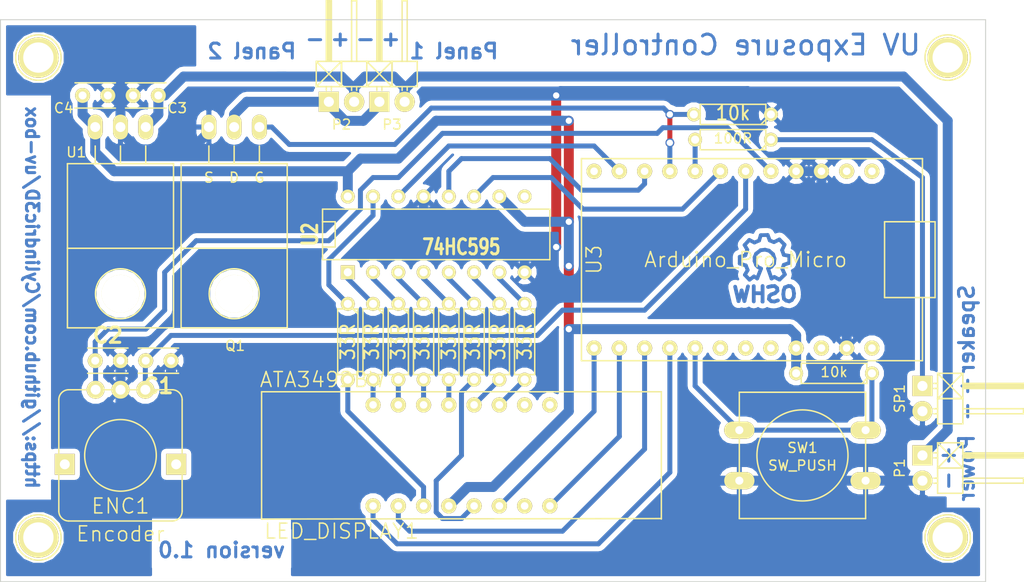
<source format=kicad_pcb>
(kicad_pcb (version 4) (host pcbnew "(2014-12-16 BZR 5324)-product")

  (general
    (links 62)
    (no_connects 0)
    (area 48.717999 15.697999 147.878001 72.313001)
    (thickness 1.6)
    (drawings 19)
    (tracks 229)
    (zones 0)
    (modules 31)
    (nets 34)
  )

  (page A4 portrait)
  (layers
    (0 F.Cu signal)
    (31 B.Cu signal)
    (32 B.Adhes user)
    (33 F.Adhes user)
    (34 B.Paste user)
    (35 F.Paste user)
    (36 B.SilkS user)
    (37 F.SilkS user)
    (38 B.Mask user)
    (39 F.Mask user)
    (40 Dwgs.User user)
    (41 Cmts.User user)
    (42 Eco1.User user)
    (43 Eco2.User user)
    (44 Edge.Cuts user)
    (45 Margin user)
    (46 B.CrtYd user)
    (47 F.CrtYd user)
    (48 B.Fab user)
    (49 F.Fab user)
  )

  (setup
    (last_trace_width 0.5)
    (trace_clearance 0.254)
    (zone_clearance 0.508)
    (zone_45_only no)
    (trace_min 0.254)
    (segment_width 0.2)
    (edge_width 0.1)
    (via_size 0.889)
    (via_drill 0.635)
    (via_min_size 0.889)
    (via_min_drill 0.508)
    (uvia_size 0.508)
    (uvia_drill 0.127)
    (uvias_allowed no)
    (uvia_min_size 0.508)
    (uvia_min_drill 0.127)
    (pcb_text_width 0.3)
    (pcb_text_size 1.5 1.5)
    (mod_edge_width 0.15)
    (mod_text_size 1 1)
    (mod_text_width 0.15)
    (pad_size 1.397 1.397)
    (pad_drill 0.8128)
    (pad_to_mask_clearance 0)
    (aux_axis_origin 0 0)
    (grid_origin 147.828 74.168)
    (visible_elements 7FFFFFFF)
    (pcbplotparams
      (layerselection 0x00020_80000000)
      (usegerberextensions false)
      (excludeedgelayer false)
      (linewidth 0.100000)
      (plotframeref false)
      (viasonmask false)
      (mode 1)
      (useauxorigin false)
      (hpglpennumber 1)
      (hpglpenspeed 20)
      (hpglpendiameter 15)
      (hpglpenoverlay 2)
      (psnegative false)
      (psa4output false)
      (plotreference true)
      (plotvalue true)
      (plotinvisibletext false)
      (padsonsilk false)
      (subtractmaskfromsilk false)
      (outputformat 4)
      (mirror false)
      (drillshape 1)
      (scaleselection 1)
      (outputdirectory ../export/))
  )

  (net 0 "")
  (net 1 GND)
  (net 2 /D2)
  (net 3 /D3)
  (net 4 /D4)
  (net 5 /D10)
  (net 6 /D16)
  (net 7 /D14)
  (net 8 /D15)
  (net 9 +12V)
  (net 10 /D)
  (net 11 /E)
  (net 12 /B)
  (net 13 /G)
  (net 14 /A)
  (net 15 /C)
  (net 16 /F)
  (net 17 VCC)
  (net 18 /COL)
  (net 19 "Net-(LED_DISPLAY1-Pad14)")
  (net 20 "Net-(LED_DISPLAY1-Pad16)")
  (net 21 "Net-(LED_DISPLAY1-Pad13)")
  (net 22 "Net-(LED_DISPLAY1-Pad3)")
  (net 23 "Net-(LED_DISPLAY1-Pad5)")
  (net 24 "Net-(LED_DISPLAY1-Pad11)")
  (net 25 "Net-(LED_DISPLAY1-Pad15)")
  (net 26 /D8)
  (net 27 /D6)
  (net 28 /12VGND)
  (net 29 "Net-(R12-Pad1)")
  (net 30 "Net-(LED_DISPLAY1-Pad12)")
  (net 31 /D7)
  (net 32 /PWM5)
  (net 33 /D18)

  (net_class Default "This is the default net class."
    (clearance 0.254)
    (trace_width 0.5)
    (via_dia 0.889)
    (via_drill 0.635)
    (uvia_dia 0.508)
    (uvia_drill 0.127)
    (add_net /A)
    (add_net /B)
    (add_net /C)
    (add_net /COL)
    (add_net /D)
    (add_net /D10)
    (add_net /D14)
    (add_net /D15)
    (add_net /D16)
    (add_net /D18)
    (add_net /D2)
    (add_net /D3)
    (add_net /D4)
    (add_net /D6)
    (add_net /D7)
    (add_net /D8)
    (add_net /E)
    (add_net /F)
    (add_net /G)
    (add_net /PWM5)
    (add_net "Net-(LED_DISPLAY1-Pad11)")
    (add_net "Net-(LED_DISPLAY1-Pad12)")
    (add_net "Net-(LED_DISPLAY1-Pad13)")
    (add_net "Net-(LED_DISPLAY1-Pad14)")
    (add_net "Net-(LED_DISPLAY1-Pad15)")
    (add_net "Net-(LED_DISPLAY1-Pad16)")
    (add_net "Net-(LED_DISPLAY1-Pad3)")
    (add_net "Net-(LED_DISPLAY1-Pad5)")
    (add_net "Net-(R12-Pad1)")
  )

  (net_class Power ""
    (clearance 0.254)
    (trace_width 1)
    (via_dia 0.889)
    (via_drill 0.635)
    (uvia_dia 0.508)
    (uvia_drill 0.127)
    (add_net +12V)
    (add_net /12VGND)
    (add_net GND)
    (add_net VCC)
  )

  (module Transistors_TO-220:TO-220_FET-GDS_Horizontal (layer F.Cu) (tedit 5490D8DD) (tstamp 5490D9AF)
    (at 72.263 26.543 180)
    (descr "TO-220, FET-GDS, Horizontal,")
    (tags "TO-220, FET-GDS, Horizontal,")
    (path /5490C26A)
    (fp_text reference Q1 (at -0.09906 -21.99894 180) (layer F.SilkS)
      (effects (font (size 1 1) (thickness 0.15)))
    )
    (fp_text value P55NF (at -0.09906 4.20116 180) (layer F.SilkS) hide
      (effects (font (size 1 1) (thickness 0.15)))
    )
    (fp_text user S (at 2.54 -5.08 180) (layer F.SilkS)
      (effects (font (size 1 1) (thickness 0.15)))
    )
    (fp_text user D (at 0 -5.08 180) (layer F.SilkS)
      (effects (font (size 1 1) (thickness 0.15)))
    )
    (fp_text user G (at -2.54 -5.08 180) (layer F.SilkS)
      (effects (font (size 1 1) (thickness 0.15)))
    )
    (fp_circle (center 0 -16.764) (end 1.778 -14.986) (layer F.SilkS) (width 0.15))
    (fp_line (start -2.54 -3.683) (end -2.54 -1.905) (layer F.SilkS) (width 0.15))
    (fp_line (start 0 -3.683) (end 0 -1.905) (layer F.SilkS) (width 0.15))
    (fp_line (start 2.54 -3.683) (end 2.54 -1.905) (layer F.SilkS) (width 0.15))
    (fp_line (start 5.334 -12.192) (end 5.334 -20.193) (layer F.SilkS) (width 0.15))
    (fp_line (start 5.334 -20.193) (end -5.334 -20.193) (layer F.SilkS) (width 0.15))
    (fp_line (start -5.334 -20.193) (end -5.334 -12.192) (layer F.SilkS) (width 0.15))
    (fp_line (start 5.334 -3.683) (end 5.334 -12.192) (layer F.SilkS) (width 0.15))
    (fp_line (start 5.334 -12.192) (end -5.334 -12.192) (layer F.SilkS) (width 0.15))
    (fp_line (start -5.334 -12.192) (end -5.334 -3.683) (layer F.SilkS) (width 0.15))
    (fp_line (start 0 -3.683) (end -5.334 -3.683) (layer F.SilkS) (width 0.15))
    (fp_line (start 0 -3.683) (end 5.334 -3.683) (layer F.SilkS) (width 0.15))
    (pad D thru_hole oval (at 0 0 270) (size 2.49936 1.50114) (drill 1.00076) (layers *.Cu *.Mask F.SilkS)
      (net 28 /12VGND))
    (pad G thru_hole oval (at -2.54 0 270) (size 2.49936 1.50114) (drill 1.00076) (layers *.Cu *.Mask F.SilkS)
      (net 27 /D6))
    (pad S thru_hole oval (at 2.54 0 270) (size 2.49936 1.50114) (drill 1.00076) (layers *.Cu *.Mask F.SilkS)
      (net 1 GND))
    (pad "" np_thru_hole circle (at 0 -16.764 270) (size 3.79984 3.79984) (drill 3.79984) (layers *.Cu *.Mask F.SilkS))
    (model TO-220-3_Transistor_DualDiodes_Wings3d_RevB_03Sep2012/TO220-Horizontal_RevB_Faktor03937_03Sep2012.wrl
      (at (xyz 0 0 0))
      (scale (xyz 0.3937 0.3937 0.3937))
      (rotate (xyz 0 0 0))
    )
  )

  (module Connect:1pin (layer F.Cu) (tedit 5489B3B8) (tstamp 5489B0CB)
    (at 144.018 19.558)
    (descr "module 1 pin (ou trou mecanique de percage)")
    (tags DEV)
    (fp_text reference 1pin (at 0 -3.175) (layer F.SilkS) hide
      (effects (font (size 1 1) (thickness 0.15)))
    )
    (fp_text value VAL** (at 0 3.175) (layer F.SilkS) hide
      (effects (font (size 1 1) (thickness 0.15)))
    )
    (fp_circle (center 0 0) (end 0 -2.286) (layer F.SilkS) (width 0.15))
    (pad "" np_thru_hole circle (at 0 0) (size 4.064 4.064) (drill 3.048) (layers *.Cu *.Mask F.SilkS))
  )

  (module Connect:1pin (layer F.Cu) (tedit 5489B3BD) (tstamp 5489B0C5)
    (at 144.018 67.818)
    (descr "module 1 pin (ou trou mecanique de percage)")
    (tags DEV)
    (fp_text reference 1pin (at 0 -3.175) (layer F.SilkS) hide
      (effects (font (size 1 1) (thickness 0.15)))
    )
    (fp_text value VAL** (at 0 3.175) (layer F.SilkS) hide
      (effects (font (size 1 1) (thickness 0.15)))
    )
    (fp_circle (center 0 0) (end 0 -2.286) (layer F.SilkS) (width 0.15))
    (pad "" np_thru_hole circle (at 0 0) (size 4.064 4.064) (drill 3.048) (layers *.Cu *.Mask F.SilkS))
  )

  (module Connect:1pin (layer F.Cu) (tedit 5489B3B5) (tstamp 5489B0BF)
    (at 52.578 19.558)
    (descr "module 1 pin (ou trou mecanique de percage)")
    (tags DEV)
    (fp_text reference 1pin (at 0 -3.175) (layer F.SilkS) hide
      (effects (font (size 1 1) (thickness 0.15)))
    )
    (fp_text value VAL** (at 0 3.175) (layer F.SilkS) hide
      (effects (font (size 1 1) (thickness 0.15)))
    )
    (fp_circle (center 0 0) (end 0 -2.286) (layer F.SilkS) (width 0.15))
    (pad "" np_thru_hole circle (at 0 0) (size 4.064 4.064) (drill 3.048) (layers *.Cu *.Mask F.SilkS))
  )

  (module Discret:R3 (layer F.Cu) (tedit 54885ADE) (tstamp 547D1D9A)
    (at 96.393 48.133 270)
    (descr "Resitance 3 pas")
    (tags R)
    (path /54886469)
    (autoplace_cost180 10)
    (fp_text reference R9 (at 0 0 270) (layer F.SilkS) hide
      (effects (font (size 1.397 1.27) (thickness 0.2032)))
    )
    (fp_text value 33R (at 0 0.127 270) (layer F.SilkS)
      (effects (font (size 1.397 1.27) (thickness 0.2032)))
    )
    (fp_line (start -3.81 0) (end -3.302 0) (layer F.SilkS) (width 0.15))
    (fp_line (start 3.81 0) (end 3.302 0) (layer F.SilkS) (width 0.15))
    (fp_line (start 3.302 0) (end 3.302 -1.016) (layer F.SilkS) (width 0.15))
    (fp_line (start 3.302 -1.016) (end -3.302 -1.016) (layer F.SilkS) (width 0.15))
    (fp_line (start -3.302 -1.016) (end -3.302 1.016) (layer F.SilkS) (width 0.15))
    (fp_line (start -3.302 1.016) (end 3.302 1.016) (layer F.SilkS) (width 0.15))
    (fp_line (start 3.302 1.016) (end 3.302 0) (layer F.SilkS) (width 0.15))
    (fp_line (start -3.302 -0.508) (end -2.794 -1.016) (layer F.SilkS) (width 0.15))
    (pad 1 thru_hole circle (at -3.81 0 270) (size 1.397 1.397) (drill 0.8128) (layers *.Cu *.Mask F.SilkS)
      (net 15 /C))
    (pad 2 thru_hole circle (at 3.81 0 270) (size 1.397 1.397) (drill 0.8128) (layers *.Cu *.Mask F.SilkS)
      (net 23 "Net-(LED_DISPLAY1-Pad5)"))
    (model discret/resistors/horizontal/r_h_33R.wrl
      (at (xyz 0 0 0))
      (scale (xyz 0.3 0.3 0.3))
      (rotate (xyz 0 0 0))
    )
  )

  (module Discret:R3 (layer F.Cu) (tedit 5483809E) (tstamp 54899E14)
    (at 83.693 48.133 270)
    (descr "Resitance 3 pas")
    (tags R)
    (path /54886468)
    (autoplace_cost180 10)
    (fp_text reference R8 (at 0 0 270) (layer F.SilkS) hide
      (effects (font (size 1.397 1.27) (thickness 0.2032)))
    )
    (fp_text value 33R (at 0 0 270) (layer F.SilkS)
      (effects (font (size 1.397 1.27) (thickness 0.2032)))
    )
    (fp_line (start -3.81 0) (end -3.302 0) (layer F.SilkS) (width 0.15))
    (fp_line (start 3.81 0) (end 3.302 0) (layer F.SilkS) (width 0.15))
    (fp_line (start 3.302 0) (end 3.302 -1.016) (layer F.SilkS) (width 0.15))
    (fp_line (start 3.302 -1.016) (end -3.302 -1.016) (layer F.SilkS) (width 0.15))
    (fp_line (start -3.302 -1.016) (end -3.302 1.016) (layer F.SilkS) (width 0.15))
    (fp_line (start -3.302 1.016) (end 3.302 1.016) (layer F.SilkS) (width 0.15))
    (fp_line (start 3.302 1.016) (end 3.302 0) (layer F.SilkS) (width 0.15))
    (fp_line (start -3.302 -0.508) (end -2.794 -1.016) (layer F.SilkS) (width 0.15))
    (pad 1 thru_hole circle (at -3.81 0 270) (size 1.397 1.397) (drill 0.8128) (layers *.Cu *.Mask F.SilkS)
      (net 10 /D))
    (pad 2 thru_hole circle (at 3.81 0 270) (size 1.397 1.397) (drill 0.8128) (layers *.Cu *.Mask F.SilkS)
      (net 22 "Net-(LED_DISPLAY1-Pad3)"))
    (model discret/resistors/horizontal/r_h_33R.wrl
      (at (xyz 0 0 0))
      (scale (xyz 0.3 0.3 0.3))
      (rotate (xyz 0 0 0))
    )
  )

  (module Discret:R3 (layer F.Cu) (tedit 5483809A) (tstamp 54834B2F)
    (at 93.853 48.133 270)
    (descr "Resitance 3 pas")
    (tags R)
    (path /5488646D)
    (autoplace_cost180 10)
    (fp_text reference R7 (at 0 0 270) (layer F.SilkS) hide
      (effects (font (size 1.397 1.27) (thickness 0.2032)))
    )
    (fp_text value 33R (at 0 0 270) (layer F.SilkS)
      (effects (font (size 1.397 1.27) (thickness 0.2032)))
    )
    (fp_line (start -3.81 0) (end -3.302 0) (layer F.SilkS) (width 0.15))
    (fp_line (start 3.81 0) (end 3.302 0) (layer F.SilkS) (width 0.15))
    (fp_line (start 3.302 0) (end 3.302 -1.016) (layer F.SilkS) (width 0.15))
    (fp_line (start 3.302 -1.016) (end -3.302 -1.016) (layer F.SilkS) (width 0.15))
    (fp_line (start -3.302 -1.016) (end -3.302 1.016) (layer F.SilkS) (width 0.15))
    (fp_line (start -3.302 1.016) (end 3.302 1.016) (layer F.SilkS) (width 0.15))
    (fp_line (start 3.302 1.016) (end 3.302 0) (layer F.SilkS) (width 0.15))
    (fp_line (start -3.302 -0.508) (end -2.794 -1.016) (layer F.SilkS) (width 0.15))
    (pad 1 thru_hole circle (at -3.81 0 270) (size 1.397 1.397) (drill 0.8128) (layers *.Cu *.Mask F.SilkS)
      (net 18 /COL))
    (pad 2 thru_hole circle (at 3.81 0 270) (size 1.397 1.397) (drill 0.8128) (layers *.Cu *.Mask F.SilkS)
      (net 21 "Net-(LED_DISPLAY1-Pad13)"))
    (model discret/resistors/horizontal/r_h_33R.wrl
      (at (xyz 0 0 0))
      (scale (xyz 0.3 0.3 0.3))
      (rotate (xyz 0 0 0))
    )
  )

  (module Discret:R3 (layer F.Cu) (tedit 5483812D) (tstamp 54899E50)
    (at 88.773 48.133 270)
    (descr "Resitance 3 pas")
    (tags R)
    (path /5488646F)
    (autoplace_cost180 10)
    (fp_text reference R11 (at 0 0 270) (layer F.SilkS) hide
      (effects (font (size 1.397 1.27) (thickness 0.2032)))
    )
    (fp_text value 33R (at 0 0 450) (layer F.SilkS)
      (effects (font (size 1.397 1.27) (thickness 0.2032)))
    )
    (fp_line (start -3.81 0) (end -3.302 0) (layer F.SilkS) (width 0.15))
    (fp_line (start 3.81 0) (end 3.302 0) (layer F.SilkS) (width 0.15))
    (fp_line (start 3.302 0) (end 3.302 -1.016) (layer F.SilkS) (width 0.15))
    (fp_line (start 3.302 -1.016) (end -3.302 -1.016) (layer F.SilkS) (width 0.15))
    (fp_line (start -3.302 -1.016) (end -3.302 1.016) (layer F.SilkS) (width 0.15))
    (fp_line (start -3.302 1.016) (end 3.302 1.016) (layer F.SilkS) (width 0.15))
    (fp_line (start 3.302 1.016) (end 3.302 0) (layer F.SilkS) (width 0.15))
    (fp_line (start -3.302 -0.508) (end -2.794 -1.016) (layer F.SilkS) (width 0.15))
    (pad 1 thru_hole circle (at -3.81 0 270) (size 1.397 1.397) (drill 0.8128) (layers *.Cu *.Mask F.SilkS)
      (net 13 /G))
    (pad 2 thru_hole circle (at 3.81 0 270) (size 1.397 1.397) (drill 0.8128) (layers *.Cu *.Mask F.SilkS)
      (net 25 "Net-(LED_DISPLAY1-Pad15)"))
    (model discret/resistors/horizontal/r_h_33R.wrl
      (at (xyz 0 0 0))
      (scale (xyz 0.3 0.3 0.3))
      (rotate (xyz 0 0 0))
    )
  )

  (module Discret:R3 (layer F.Cu) (tedit 54838129) (tstamp 547D1EF8)
    (at 101.473 48.133 270)
    (descr "Resitance 3 pas")
    (tags R)
    (path /5488646E)
    (autoplace_cost180 10)
    (fp_text reference R10 (at 0 0 270) (layer F.SilkS) hide
      (effects (font (size 1.397 1.27) (thickness 0.2032)))
    )
    (fp_text value 33R (at 0 0 270) (layer F.SilkS)
      (effects (font (size 1.397 1.27) (thickness 0.2032)))
    )
    (fp_line (start -3.81 0) (end -3.302 0) (layer F.SilkS) (width 0.15))
    (fp_line (start 3.81 0) (end 3.302 0) (layer F.SilkS) (width 0.15))
    (fp_line (start 3.302 0) (end 3.302 -1.016) (layer F.SilkS) (width 0.15))
    (fp_line (start 3.302 -1.016) (end -3.302 -1.016) (layer F.SilkS) (width 0.15))
    (fp_line (start -3.302 -1.016) (end -3.302 1.016) (layer F.SilkS) (width 0.15))
    (fp_line (start -3.302 1.016) (end 3.302 1.016) (layer F.SilkS) (width 0.15))
    (fp_line (start 3.302 1.016) (end 3.302 0) (layer F.SilkS) (width 0.15))
    (fp_line (start -3.302 -0.508) (end -2.794 -1.016) (layer F.SilkS) (width 0.15))
    (pad 1 thru_hole circle (at -3.81 0 270) (size 1.397 1.397) (drill 0.8128) (layers *.Cu *.Mask F.SilkS)
      (net 16 /F))
    (pad 2 thru_hole circle (at 3.81 0 270) (size 1.397 1.397) (drill 0.8128) (layers *.Cu *.Mask F.SilkS)
      (net 24 "Net-(LED_DISPLAY1-Pad11)"))
    (model discret/resistors/horizontal/r_h_33R.wrl
      (at (xyz 0 0 0))
      (scale (xyz 0.3 0.3 0.3))
      (rotate (xyz 0 0 0))
    )
  )

  (module Capacitors_ThroughHole:Capacitor4x3RM2.5 (layer F.Cu) (tedit 5488EB67) (tstamp 547E31A4)
    (at 63.373 50.038)
    (descr "Capacitor 4mm x 2,5mm RM 2,5mm")
    (tags "Capacitor Kondensator")
    (path /54886463)
    (fp_text reference C1 (at 1.27 2.54) (layer F.SilkS)
      (effects (font (thickness 0.3048)))
    )
    (fp_text value 0.1µF (at 6.985 0) (layer F.SilkS) hide
      (effects (font (thickness 0.3048)))
    )
    (fp_line (start 3.302 -1.27) (end -0.762 -1.27) (layer F.SilkS) (width 0.15))
    (fp_line (start -0.762 1.27) (end 3.302 1.27) (layer F.SilkS) (width 0.15))
    (pad 1 thru_hole circle (at 0 0) (size 1.50114 1.50114) (drill 0.8001) (layers *.Cu *.Mask F.SilkS)
      (net 3 /D3))
    (pad 2 thru_hole circle (at 2.54 0) (size 1.50114 1.50114) (drill 0.8001) (layers *.Cu *.Mask F.SilkS)
      (net 1 GND))
    (model discret/Capacitor/cnp_3mm_disc.wrl
      (at (xyz 0.05 0 0))
      (scale (xyz 1 1 1))
      (rotate (xyz 0 0 0))
    )
  )

  (module Capacitors_ThroughHole:Capacitor4x3RM2.5 (layer F.Cu) (tedit 5488EB60) (tstamp 547E32F1)
    (at 60.833 50.038 180)
    (descr "Capacitor 4mm x 2,5mm RM 2,5mm")
    (tags "Capacitor Kondensator")
    (path /54886462)
    (fp_text reference C2 (at 1.27 2.54 360) (layer F.SilkS)
      (effects (font (thickness 0.3048)))
    )
    (fp_text value 0.1µF (at -4.445 0 180) (layer F.SilkS) hide
      (effects (font (thickness 0.3048)))
    )
    (fp_line (start 3.302 -1.27) (end -0.762 -1.27) (layer F.SilkS) (width 0.15))
    (fp_line (start -0.762 1.27) (end 3.302 1.27) (layer F.SilkS) (width 0.15))
    (pad 1 thru_hole circle (at 0 0 180) (size 1.50114 1.50114) (drill 0.8001) (layers *.Cu *.Mask F.SilkS)
      (net 1 GND))
    (pad 2 thru_hole circle (at 2.54 0 180) (size 1.50114 1.50114) (drill 0.8001) (layers *.Cu *.Mask F.SilkS)
      (net 2 /D2))
    (model discret/Capacitor/cnp_3mm_disc.wrl
      (at (xyz 0.05 0 0))
      (scale (xyz 1 1 1))
      (rotate (xyz 0 0 0))
    )
  )

  (module Discret:R3 (layer F.Cu) (tedit 5483808E) (tstamp 54899E5F)
    (at 91.313 48.133 270)
    (descr "Resitance 3 pas")
    (tags R)
    (path /54886470)
    (autoplace_cost180 10)
    (fp_text reference R5 (at 0 0.127 270) (layer F.SilkS) hide
      (effects (font (size 1.397 1.27) (thickness 0.2032)))
    )
    (fp_text value 33R (at 0 0.127 270) (layer F.SilkS)
      (effects (font (size 1.397 1.27) (thickness 0.2032)))
    )
    (fp_line (start -3.81 0) (end -3.302 0) (layer F.SilkS) (width 0.15))
    (fp_line (start 3.81 0) (end 3.302 0) (layer F.SilkS) (width 0.15))
    (fp_line (start 3.302 0) (end 3.302 -1.016) (layer F.SilkS) (width 0.15))
    (fp_line (start 3.302 -1.016) (end -3.302 -1.016) (layer F.SilkS) (width 0.15))
    (fp_line (start -3.302 -1.016) (end -3.302 1.016) (layer F.SilkS) (width 0.15))
    (fp_line (start -3.302 1.016) (end 3.302 1.016) (layer F.SilkS) (width 0.15))
    (fp_line (start 3.302 1.016) (end 3.302 0) (layer F.SilkS) (width 0.15))
    (fp_line (start -3.302 -0.508) (end -2.794 -1.016) (layer F.SilkS) (width 0.15))
    (pad 1 thru_hole circle (at -3.81 0 270) (size 1.397 1.397) (drill 0.8128) (layers *.Cu *.Mask F.SilkS)
      (net 14 /A))
    (pad 2 thru_hole circle (at 3.81 0 270) (size 1.397 1.397) (drill 0.8128) (layers *.Cu *.Mask F.SilkS)
      (net 19 "Net-(LED_DISPLAY1-Pad14)"))
    (model discret/resistors/horizontal/r_h_33R.wrl
      (at (xyz 0 0 0))
      (scale (xyz 0.3 0.3 0.3))
      (rotate (xyz 0 0 0))
    )
  )

  (module Discret:R3 (layer F.Cu) (tedit 54838093) (tstamp 54899E32)
    (at 86.233 48.133 270)
    (descr "Resitance 3 pas")
    (tags R)
    (path /5488646C)
    (autoplace_cost180 10)
    (fp_text reference R6 (at 0 0.127 270) (layer F.SilkS) hide
      (effects (font (size 1.397 1.27) (thickness 0.2032)))
    )
    (fp_text value 33R (at 0 0.127 270) (layer F.SilkS)
      (effects (font (size 1.397 1.27) (thickness 0.2032)))
    )
    (fp_line (start -3.81 0) (end -3.302 0) (layer F.SilkS) (width 0.15))
    (fp_line (start 3.81 0) (end 3.302 0) (layer F.SilkS) (width 0.15))
    (fp_line (start 3.302 0) (end 3.302 -1.016) (layer F.SilkS) (width 0.15))
    (fp_line (start 3.302 -1.016) (end -3.302 -1.016) (layer F.SilkS) (width 0.15))
    (fp_line (start -3.302 -1.016) (end -3.302 1.016) (layer F.SilkS) (width 0.15))
    (fp_line (start -3.302 1.016) (end 3.302 1.016) (layer F.SilkS) (width 0.15))
    (fp_line (start 3.302 1.016) (end 3.302 0) (layer F.SilkS) (width 0.15))
    (fp_line (start -3.302 -0.508) (end -2.794 -1.016) (layer F.SilkS) (width 0.15))
    (pad 1 thru_hole circle (at -3.81 0 270) (size 1.397 1.397) (drill 0.8128) (layers *.Cu *.Mask F.SilkS)
      (net 12 /B))
    (pad 2 thru_hole circle (at 3.81 0 270) (size 1.397 1.397) (drill 0.8128) (layers *.Cu *.Mask F.SilkS)
      (net 20 "Net-(LED_DISPLAY1-Pad16)"))
    (model discret/resistors/horizontal/r_h_33R.wrl
      (at (xyz 0 0 0))
      (scale (xyz 0.3 0.3 0.3))
      (rotate (xyz 0 0 0))
    )
  )

  (module Discret:R3 (layer F.Cu) (tedit 54838041) (tstamp 54899E6E)
    (at 98.933 48.133 270)
    (descr "Resitance 3 pas")
    (tags R)
    (path /54886471)
    (autoplace_cost180 10)
    (fp_text reference R1 (at 0 0.127 270) (layer F.SilkS) hide
      (effects (font (size 1.397 1.27) (thickness 0.2032)))
    )
    (fp_text value 33R (at 0 0.127 270) (layer F.SilkS)
      (effects (font (size 1.397 1.27) (thickness 0.2032)))
    )
    (fp_line (start -3.81 0) (end -3.302 0) (layer F.SilkS) (width 0.15))
    (fp_line (start 3.81 0) (end 3.302 0) (layer F.SilkS) (width 0.15))
    (fp_line (start 3.302 0) (end 3.302 -1.016) (layer F.SilkS) (width 0.15))
    (fp_line (start 3.302 -1.016) (end -3.302 -1.016) (layer F.SilkS) (width 0.15))
    (fp_line (start -3.302 -1.016) (end -3.302 1.016) (layer F.SilkS) (width 0.15))
    (fp_line (start -3.302 1.016) (end 3.302 1.016) (layer F.SilkS) (width 0.15))
    (fp_line (start 3.302 1.016) (end 3.302 0) (layer F.SilkS) (width 0.15))
    (fp_line (start -3.302 -0.508) (end -2.794 -1.016) (layer F.SilkS) (width 0.15))
    (pad 1 thru_hole circle (at -3.81 0 270) (size 1.397 1.397) (drill 0.8128) (layers *.Cu *.Mask F.SilkS)
      (net 11 /E))
    (pad 2 thru_hole circle (at 3.81 0 270) (size 1.397 1.397) (drill 0.8128) (layers *.Cu *.Mask F.SilkS)
      (net 30 "Net-(LED_DISPLAY1-Pad12)"))
    (model discret/resistors/horizontal/r_h_33R.wrl
      (at (xyz 0 0 0))
      (scale (xyz 0.3 0.3 0.3))
      (rotate (xyz 0 0 0))
    )
  )

  (module Discret:R3 (layer F.Cu) (tedit 54901B7D) (tstamp 5489A58C)
    (at 122.428 25.273 180)
    (descr "Resitance 3 pas")
    (tags R)
    (path /54886457)
    (autoplace_cost180 10)
    (fp_text reference R4 (at 0 0.127 180) (layer F.SilkS) hide
      (effects (font (size 1.397 1.27) (thickness 0.2032)))
    )
    (fp_text value 10k (at 0 0.127 180) (layer F.SilkS)
      (effects (font (size 1.397 1.27) (thickness 0.2032)))
    )
    (fp_line (start -3.81 0) (end -3.302 0) (layer F.SilkS) (width 0.15))
    (fp_line (start 3.81 0) (end 3.302 0) (layer F.SilkS) (width 0.15))
    (fp_line (start 3.302 0) (end 3.302 -1.016) (layer F.SilkS) (width 0.15))
    (fp_line (start 3.302 -1.016) (end -3.302 -1.016) (layer F.SilkS) (width 0.15))
    (fp_line (start -3.302 -1.016) (end -3.302 1.016) (layer F.SilkS) (width 0.15))
    (fp_line (start -3.302 1.016) (end 3.302 1.016) (layer F.SilkS) (width 0.15))
    (fp_line (start 3.302 1.016) (end 3.302 0) (layer F.SilkS) (width 0.15))
    (fp_line (start -3.302 -0.508) (end -2.794 -1.016) (layer F.SilkS) (width 0.15))
    (pad 1 thru_hole circle (at -3.81 0 180) (size 1.397 1.397) (drill 0.8128) (layers *.Cu *.Mask F.SilkS)
      (net 1 GND))
    (pad 2 thru_hole circle (at 3.937 0 180) (size 1.397 1.397) (drill 0.8128) (layers *.Cu *.Mask F.SilkS)
      (net 27 /D6))
    (model discret/resistors/horizontal/r_h_10k.wrl
      (at (xyz 0 0 0))
      (scale (xyz 0.3 0.3 0.3))
      (rotate (xyz 0 0 0))
    )
  )

  (module Sockets_DIP:DIP-16__300 (layer F.Cu) (tedit 5495ABAD) (tstamp 547E3208)
    (at 92.583 37.338)
    (descr "16 pins DIL package, round pads")
    (tags DIL)
    (path /54886465)
    (fp_text reference U2 (at -12.7 0 270) (layer F.SilkS)
      (effects (font (size 1.524 1.143) (thickness 0.3048)))
    )
    (fp_text value 74HC595 (at 2.54 1.27) (layer F.SilkS)
      (effects (font (size 1.524 1.143) (thickness 0.3048)))
    )
    (fp_line (start -11.43 -1.27) (end -11.43 -1.27) (layer F.SilkS) (width 0.15))
    (fp_line (start -11.43 -1.27) (end -10.16 -1.27) (layer F.SilkS) (width 0.15))
    (fp_line (start -10.16 -1.27) (end -10.16 1.27) (layer F.SilkS) (width 0.15))
    (fp_line (start -10.16 1.27) (end -11.43 1.27) (layer F.SilkS) (width 0.15))
    (fp_line (start -11.43 -2.54) (end 11.43 -2.54) (layer F.SilkS) (width 0.15))
    (fp_line (start 11.43 -2.54) (end 11.43 2.54) (layer F.SilkS) (width 0.15))
    (fp_line (start 11.43 2.54) (end -11.43 2.54) (layer F.SilkS) (width 0.15))
    (fp_line (start -11.43 2.54) (end -11.43 -2.54) (layer F.SilkS) (width 0.15))
    (pad 1 thru_hole rect (at -8.89 3.81) (size 1.397 1.397) (drill 0.8128) (layers *.Cu *.Mask F.SilkS)
      (net 12 /B))
    (pad 2 thru_hole circle (at -6.35 3.81) (size 1.397 1.397) (drill 0.8128) (layers *.Cu *.Mask F.SilkS)
      (net 13 /G))
    (pad 3 thru_hole circle (at -3.81 3.81) (size 1.397 1.397) (drill 0.8128) (layers *.Cu *.Mask F.SilkS)
      (net 14 /A))
    (pad 4 thru_hole circle (at -1.27 3.81) (size 1.397 1.397) (drill 0.8128) (layers *.Cu *.Mask F.SilkS)
      (net 18 /COL))
    (pad 5 thru_hole circle (at 1.27 3.81) (size 1.397 1.397) (drill 0.8128) (layers *.Cu *.Mask F.SilkS)
      (net 15 /C))
    (pad 6 thru_hole circle (at 3.81 3.81) (size 1.397 1.397) (drill 0.8128) (layers *.Cu *.Mask F.SilkS)
      (net 11 /E))
    (pad 7 thru_hole circle (at 6.35 3.81) (size 1.397 1.397) (drill 0.8128) (layers *.Cu *.Mask F.SilkS)
      (net 16 /F))
    (pad 8 thru_hole circle (at 8.89 3.81) (size 1.397 1.397) (drill 0.8128) (layers *.Cu *.Mask F.SilkS)
      (net 1 GND))
    (pad 9 thru_hole circle (at 8.89 -3.81) (size 1.397 1.397) (drill 0.8128) (layers *.Cu *.Mask F.SilkS))
    (pad 10 thru_hole circle (at 6.35 -3.81) (size 1.397 1.397) (drill 0.8128) (layers *.Cu *.Mask F.SilkS)
      (net 17 VCC))
    (pad 11 thru_hole circle (at 3.81 -3.81) (size 1.397 1.397) (drill 0.8128) (layers *.Cu *.Mask F.SilkS)
      (net 4 /D4))
    (pad 12 thru_hole circle (at 1.27 -3.81) (size 1.397 1.397) (drill 0.8128) (layers *.Cu *.Mask F.SilkS)
      (net 31 /D7))
    (pad 13 thru_hole circle (at -1.27 -3.81) (size 1.397 1.397) (drill 0.8128) (layers *.Cu *.Mask F.SilkS)
      (net 1 GND))
    (pad 14 thru_hole circle (at -3.81 -3.81) (size 1.397 1.397) (drill 0.8128) (layers *.Cu *.Mask F.SilkS)
      (net 26 /D8))
    (pad 15 thru_hole circle (at -6.35 -3.81) (size 1.397 1.397) (drill 0.8128) (layers *.Cu *.Mask F.SilkS)
      (net 10 /D))
    (pad 16 thru_hole circle (at -8.89 -3.81) (size 1.397 1.397) (drill 0.8128) (layers *.Cu *.Mask F.SilkS)
      (net 17 VCC))
    (model dil/dil_16.wrl
      (at (xyz 0 0 0))
      (scale (xyz 1 1 1))
      (rotate (xyz 0 0 0))
    )
  )

  (module Cylindric:ArduinoProMicro (layer F.Cu) (tedit 5483850E) (tstamp 54832EE0)
    (at 131.318 41.148 270)
    (path /54886472)
    (fp_text reference U3 (at -1.27 22.86 450) (layer F.SilkS)
      (effects (font (size 1.5 1.5) (thickness 0.15)))
    )
    (fp_text value Arduino_Pro_Micro (at -1.27 7.62 360) (layer F.SilkS)
      (effects (font (size 1.5 1.5) (thickness 0.15)))
    )
    (fp_line (start -11.43 24.13) (end 8.89 24.13) (layer F.SilkS) (width 0.15))
    (fp_line (start -5.08 -10.16) (end -11.43 -10.16) (layer F.SilkS) (width 0.15))
    (fp_line (start 8.89 -10.16) (end 2.54 -10.16) (layer F.SilkS) (width 0.15))
    (fp_line (start -5.08 -6.35) (end 2.54 -6.35) (layer F.SilkS) (width 0.15))
    (fp_line (start -5.08 -11.43) (end 2.54 -11.43) (layer F.SilkS) (width 0.15))
    (fp_line (start 2.54 -6.35) (end 2.54 -11.43) (layer F.SilkS) (width 0.15))
    (fp_line (start -5.08 -11.43) (end -5.08 -6.35) (layer F.SilkS) (width 0.15))
    (fp_line (start -11.43 -10.16) (end -11.43 24.13) (layer F.SilkS) (width 0.15))
    (fp_line (start 8.89 24.13) (end 8.89 -10.16) (layer F.SilkS) (width 0.15))
    (pad 3 thru_hole circle (at -10.16 0 270) (size 1.524 1.524) (drill 0.762) (layers *.Cu *.Mask F.SilkS)
      (net 1 GND))
    (pad 4 thru_hole circle (at -10.16 2.54 270) (size 1.524 1.524) (drill 0.762) (layers *.Cu *.Mask F.SilkS)
      (net 1 GND))
    (pad 5 thru_hole circle (at -10.16 5.08 270) (size 1.524 1.524) (drill 0.762) (layers *.Cu *.Mask F.SilkS)
      (net 2 /D2))
    (pad 6 thru_hole circle (at -10.16 7.62 270) (size 1.524 1.524) (drill 0.762) (layers *.Cu *.Mask F.SilkS)
      (net 3 /D3))
    (pad 7 thru_hole circle (at -10.16 10.16 270) (size 1.524 1.524) (drill 0.762) (layers *.Cu *.Mask F.SilkS)
      (net 4 /D4))
    (pad 8 thru_hole circle (at -10.16 12.7 270) (size 1.524 1.524) (drill 0.762) (layers *.Cu *.Mask F.SilkS)
      (net 32 /PWM5))
    (pad 9 thru_hole circle (at -10.16 15.24 270) (size 1.524 1.524) (drill 0.762) (layers *.Cu *.Mask F.SilkS)
      (net 27 /D6))
    (pad 10 thru_hole circle (at -10.16 17.78 270) (size 1.524 1.524) (drill 0.762) (layers *.Cu *.Mask F.SilkS)
      (net 31 /D7))
    (pad 11 thru_hole circle (at -10.16 20.32 270) (size 1.524 1.524) (drill 0.762) (layers *.Cu *.Mask F.SilkS)
      (net 26 /D8))
    (pad 12 thru_hole circle (at -10.16 22.86 270) (size 1.524 1.524) (drill 0.762) (layers *.Cu *.Mask F.SilkS))
    (pad 13 thru_hole circle (at 7.62 22.86 270) (size 1.524 1.524) (drill 0.762) (layers *.Cu *.Mask F.SilkS)
      (net 5 /D10))
    (pad 14 thru_hole circle (at 7.62 20.32 270) (size 1.524 1.524) (drill 0.762) (layers *.Cu *.Mask F.SilkS)
      (net 6 /D16))
    (pad 15 thru_hole circle (at 7.62 17.78 270) (size 1.524 1.524) (drill 0.762) (layers *.Cu *.Mask F.SilkS)
      (net 7 /D14))
    (pad 16 thru_hole circle (at 7.62 15.24 270) (size 1.524 1.524) (drill 0.762) (layers *.Cu *.Mask F.SilkS)
      (net 8 /D15))
    (pad 17 thru_hole circle (at 7.62 12.7 270) (size 1.524 1.524) (drill 0.762) (layers *.Cu *.Mask F.SilkS)
      (net 33 /D18))
    (pad 18 thru_hole circle (at 7.62 10.16 270) (size 1.524 1.524) (drill 0.762) (layers *.Cu *.Mask F.SilkS))
    (pad 19 thru_hole circle (at 7.62 7.62 270) (size 1.524 1.524) (drill 0.762) (layers *.Cu *.Mask F.SilkS))
    (pad 20 thru_hole circle (at 7.62 5.08 270) (size 1.524 1.524) (drill 0.762) (layers *.Cu *.Mask F.SilkS))
    (pad 21 thru_hole circle (at 7.62 2.54 270) (size 1.524 1.524) (drill 0.762) (layers *.Cu *.Mask F.SilkS)
      (net 17 VCC))
    (pad 22 thru_hole circle (at 7.62 0 270) (size 1.524 1.524) (drill 0.762) (layers *.Cu *.Mask F.SilkS))
    (pad 23 thru_hole circle (at 7.62 -2.54 270) (size 1.524 1.524) (drill 0.762) (layers *.Cu *.Mask F.SilkS)
      (net 1 GND))
    (pad 24 thru_hole circle (at 7.62 -5.08 270) (size 1.524 1.524) (drill 0.762) (layers *.Cu *.Mask F.SilkS))
    (pad 1 thru_hole circle (at -10.16 -5.08 270) (size 1.524 1.524) (drill 0.762) (layers *.Cu *.Mask F.SilkS))
    (pad 2 thru_hole circle (at -10.16 -2.54 270) (size 1.524 1.524) (drill 0.762) (layers *.Cu *.Mask F.SilkS))
  )

  (module Cylindric:ALPS_Encoder-EC12E2420404 (layer F.Cu) (tedit 5488E797) (tstamp 5488EB75)
    (at 60.833 52.959 180)
    (path /5488F621)
    (fp_text reference ENC1 (at 0 -11.7 180) (layer F.SilkS)
      (effects (font (size 1.5 1.5) (thickness 0.15)))
    )
    (fp_text value Encoder (at 0 -14.5 180) (layer F.SilkS)
      (effects (font (size 1.5 1.5) (thickness 0.15)))
    )
    (fp_line (start 6.2 -12.2) (end 6.2 -1) (layer F.SilkS) (width 0.15))
    (fp_line (start -5.2 -13.2) (end 5.2 -13.2) (layer F.SilkS) (width 0.15))
    (fp_line (start -6.2 -1) (end -6.2 -12.2) (layer F.SilkS) (width 0.15))
    (fp_line (start -5.2 0) (end 5.2 0) (layer F.SilkS) (width 0.15))
    (fp_arc (start 5.2 -1) (end 6.2 -1) (angle 90) (layer F.SilkS) (width 0.15))
    (fp_arc (start -5.2 -1) (end -5.2 0) (angle 90) (layer F.SilkS) (width 0.15))
    (fp_arc (start -5.2 -12.2) (end -6.2 -12.2) (angle 90) (layer F.SilkS) (width 0.15))
    (fp_arc (start 5.2 -12.2) (end 5.2 -13.2) (angle 90) (layer F.SilkS) (width 0.15))
    (fp_circle (center 0 -6.6) (end 3.6 -6.5) (layer F.SilkS) (width 0.15))
    (pad "" np_thru_hole rect (at -5.6 -7.5 180) (size 2 2.1) (drill 1) (layers *.Cu *.Mask F.SilkS))
    (pad C thru_hole circle (at 0 0 180) (size 1.8 1.8) (drill 1) (layers *.Cu *.Mask F.SilkS)
      (net 1 GND))
    (pad B thru_hole circle (at 2.5 0 180) (size 1.8 1.8) (drill 1) (layers *.Cu *.Mask F.SilkS)
      (net 2 /D2))
    (pad A thru_hole circle (at -2.5 0 180) (size 1.8 1.8) (drill 1) (layers *.Cu *.Mask F.SilkS)
      (net 3 /D3))
    (pad "" np_thru_hole rect (at 5.6 -7.5 180) (size 2 2.1) (drill 1) (layers *.Cu *.Mask F.SilkS))
    (model cylindric/ALPS_Encoder-EC12E2420404.wrl
      (at (xyz 0 0 0))
      (scale (xyz 0.3937 0.3937 0.3937))
      (rotate (xyz 0 0 0))
    )
  )

  (module Discret:SW_PUSH-12mm (layer F.Cu) (tedit 53FD9538) (tstamp 5488EDE0)
    (at 129.413 59.563)
    (path /54890306)
    (fp_text reference SW1 (at 0 -0.762) (layer F.SilkS)
      (effects (font (size 1 1) (thickness 0.15)))
    )
    (fp_text value SW_PUSH (at 0 1.016) (layer F.SilkS)
      (effects (font (size 1 1) (thickness 0.15)))
    )
    (fp_circle (center 0 0) (end 3.81 2.54) (layer F.SilkS) (width 0.15))
    (fp_line (start -6.35 -6.35) (end 6.35 -6.35) (layer F.SilkS) (width 0.15))
    (fp_line (start 6.35 -6.35) (end 6.35 6.35) (layer F.SilkS) (width 0.15))
    (fp_line (start 6.35 6.35) (end -6.35 6.35) (layer F.SilkS) (width 0.15))
    (fp_line (start -6.35 6.35) (end -6.35 -6.35) (layer F.SilkS) (width 0.15))
    (pad 1 thru_hole oval (at 6.35 -2.54) (size 3.048 1.7272) (drill 0.8128) (layers *.Cu *.Mask F.SilkS)
      (net 33 /D18))
    (pad 2 thru_hole oval (at 6.35 2.54) (size 3.048 1.7272) (drill 0.8128) (layers *.Cu *.Mask F.SilkS)
      (net 1 GND))
    (pad 1 thru_hole oval (at -6.35 -2.54) (size 3.048 1.7272) (drill 0.8128) (layers *.Cu *.Mask F.SilkS)
      (net 33 /D18))
    (pad 2 thru_hole oval (at -6.35 2.54) (size 3.048 1.7272) (drill 0.8128) (layers *.Cu *.Mask F.SilkS)
      (net 1 GND))
    (model switch/Push_12x12mm_T12mm.wrl
      (at (xyz 0 0 0))
      (scale (xyz 4 4 4))
      (rotate (xyz 0 0 0))
    )
  )

  (module Connect:1pin (layer F.Cu) (tedit 5489B3B0) (tstamp 5489B0BE)
    (at 52.578 67.818)
    (descr "module 1 pin (ou trou mecanique de percage)")
    (tags DEV)
    (fp_text reference 1pin (at 0 -3.175) (layer F.SilkS) hide
      (effects (font (size 1 1) (thickness 0.15)))
    )
    (fp_text value VAL** (at 0 3.175) (layer F.SilkS) hide
      (effects (font (size 1 1) (thickness 0.15)))
    )
    (fp_circle (center 0 0) (end 0 -2.286) (layer F.SilkS) (width 0.15))
    (pad "" np_thru_hole circle (at 0 0) (size 4.064 4.064) (drill 3.048) (layers *.Cu *.Mask F.SilkS))
  )

  (module Symbols:Symbol_OSHW-Logo_CopperTop (layer B.Cu) (tedit 548AF758) (tstamp 548AF709)
    (at 125.603 39.878 180)
    (descr "Symbol, OSHW-Logo, Copper Top,")
    (tags "Symbol, OSHW-Logo, Copper Top,")
    (fp_text reference Symbol_OSHW-Logo_CopperTop (at 15.24 -4.445 180) (layer B.SilkS) hide
      (effects (font (size 1 1) (thickness 0.15)) (justify mirror))
    )
    (fp_text value VAL** (at -5.715 -4.445 180) (layer B.SilkS) hide
      (effects (font (size 1 1) (thickness 0.15)) (justify mirror))
    )
    (fp_line (start 1.66878 -2.68986) (end 2.02946 -4.16052) (layer B.Cu) (width 0.381))
    (fp_line (start 2.02946 -4.16052) (end 2.30886 -3.0988) (layer B.Cu) (width 0.381))
    (fp_line (start 2.30886 -3.0988) (end 2.61874 -4.17068) (layer B.Cu) (width 0.381))
    (fp_line (start 2.61874 -4.17068) (end 2.9591 -2.72034) (layer B.Cu) (width 0.381))
    (fp_line (start 0.24892 -3.38074) (end 1.03886 -3.37058) (layer B.Cu) (width 0.381))
    (fp_line (start 1.03886 -3.37058) (end 1.04902 -3.38074) (layer B.Cu) (width 0.381))
    (fp_line (start 1.04902 -3.38074) (end 1.04902 -3.37058) (layer B.Cu) (width 0.381))
    (fp_line (start 1.08966 -2.65938) (end 1.08966 -4.20116) (layer B.Cu) (width 0.381))
    (fp_line (start 0.20066 -2.64922) (end 0.20066 -4.21894) (layer B.Cu) (width 0.381))
    (fp_line (start 0.20066 -4.21894) (end 0.21082 -4.20878) (layer B.Cu) (width 0.381))
    (fp_line (start -0.35052 -2.75082) (end -0.70104 -2.66954) (layer B.Cu) (width 0.381))
    (fp_line (start -0.70104 -2.66954) (end -1.02108 -2.65938) (layer B.Cu) (width 0.381))
    (fp_line (start -1.02108 -2.65938) (end -1.25984 -2.86004) (layer B.Cu) (width 0.381))
    (fp_line (start -1.25984 -2.86004) (end -1.29032 -3.12928) (layer B.Cu) (width 0.381))
    (fp_line (start -1.29032 -3.12928) (end -1.04902 -3.37058) (layer B.Cu) (width 0.381))
    (fp_line (start -1.04902 -3.37058) (end -0.6604 -3.50012) (layer B.Cu) (width 0.381))
    (fp_line (start -0.6604 -3.50012) (end -0.48006 -3.66014) (layer B.Cu) (width 0.381))
    (fp_line (start -0.48006 -3.66014) (end -0.43942 -3.95986) (layer B.Cu) (width 0.381))
    (fp_line (start -0.43942 -3.95986) (end -0.67056 -4.18084) (layer B.Cu) (width 0.381))
    (fp_line (start -0.67056 -4.18084) (end -0.9906 -4.20878) (layer B.Cu) (width 0.381))
    (fp_line (start -0.9906 -4.20878) (end -1.34112 -4.09956) (layer B.Cu) (width 0.381))
    (fp_line (start -2.37998 -2.64922) (end -2.6289 -2.66954) (layer B.Cu) (width 0.381))
    (fp_line (start -2.6289 -2.66954) (end -2.8702 -2.91084) (layer B.Cu) (width 0.381))
    (fp_line (start -2.8702 -2.91084) (end -2.9591 -3.40106) (layer B.Cu) (width 0.381))
    (fp_line (start -2.9591 -3.40106) (end -2.93116 -3.74904) (layer B.Cu) (width 0.381))
    (fp_line (start -2.93116 -3.74904) (end -2.7305 -4.06908) (layer B.Cu) (width 0.381))
    (fp_line (start -2.7305 -4.06908) (end -2.47904 -4.191) (layer B.Cu) (width 0.381))
    (fp_line (start -2.47904 -4.191) (end -2.16916 -4.11988) (layer B.Cu) (width 0.381))
    (fp_line (start -2.16916 -4.11988) (end -1.95072 -3.93954) (layer B.Cu) (width 0.381))
    (fp_line (start -1.95072 -3.93954) (end -1.8796 -3.4798) (layer B.Cu) (width 0.381))
    (fp_line (start -1.8796 -3.4798) (end -1.9304 -3.07086) (layer B.Cu) (width 0.381))
    (fp_line (start -1.9304 -3.07086) (end -2.03962 -2.78892) (layer B.Cu) (width 0.381))
    (fp_line (start -2.03962 -2.78892) (end -2.4003 -2.65938) (layer B.Cu) (width 0.381))
    (fp_line (start -1.78054 -0.92964) (end -2.03962 -1.49098) (layer B.Cu) (width 0.381))
    (fp_line (start -2.03962 -1.49098) (end -1.50114 -2.00914) (layer B.Cu) (width 0.381))
    (fp_line (start -1.50114 -2.00914) (end -0.98044 -1.7399) (layer B.Cu) (width 0.381))
    (fp_line (start -0.98044 -1.7399) (end -0.70104 -1.89992) (layer B.Cu) (width 0.381))
    (fp_line (start 0.73914 -1.8796) (end 1.06934 -1.6891) (layer B.Cu) (width 0.381))
    (fp_line (start 1.06934 -1.6891) (end 1.50876 -2.0193) (layer B.Cu) (width 0.381))
    (fp_line (start 1.50876 -2.0193) (end 1.9812 -1.52908) (layer B.Cu) (width 0.381))
    (fp_line (start 1.9812 -1.52908) (end 1.69926 -1.04902) (layer B.Cu) (width 0.381))
    (fp_line (start 1.69926 -1.04902) (end 1.88976 -0.57912) (layer B.Cu) (width 0.381))
    (fp_line (start 1.88976 -0.57912) (end 2.49936 -0.39116) (layer B.Cu) (width 0.381))
    (fp_line (start 2.49936 -0.39116) (end 2.49936 0.28956) (layer B.Cu) (width 0.381))
    (fp_line (start 2.49936 0.28956) (end 1.94056 0.42926) (layer B.Cu) (width 0.381))
    (fp_line (start 1.94056 0.42926) (end 1.7399 1.00076) (layer B.Cu) (width 0.381))
    (fp_line (start 1.7399 1.00076) (end 2.00914 1.47066) (layer B.Cu) (width 0.381))
    (fp_line (start 2.00914 1.47066) (end 1.53924 1.9812) (layer B.Cu) (width 0.381))
    (fp_line (start 1.53924 1.9812) (end 1.02108 1.71958) (layer B.Cu) (width 0.381))
    (fp_line (start 1.02108 1.71958) (end 0.55118 1.92024) (layer B.Cu) (width 0.381))
    (fp_line (start 0.55118 1.92024) (end 0.381 2.46126) (layer B.Cu) (width 0.381))
    (fp_line (start 0.381 2.46126) (end -0.30988 2.47904) (layer B.Cu) (width 0.381))
    (fp_line (start -0.30988 2.47904) (end -0.5207 1.9304) (layer B.Cu) (width 0.381))
    (fp_line (start -0.5207 1.9304) (end -0.9398 1.76022) (layer B.Cu) (width 0.381))
    (fp_line (start -0.9398 1.76022) (end -1.49098 2.02946) (layer B.Cu) (width 0.381))
    (fp_line (start -1.49098 2.02946) (end -2.00914 1.50114) (layer B.Cu) (width 0.381))
    (fp_line (start -2.00914 1.50114) (end -1.76022 0.96012) (layer B.Cu) (width 0.381))
    (fp_line (start -1.76022 0.96012) (end -1.9304 0.48006) (layer B.Cu) (width 0.381))
    (fp_line (start -1.9304 0.48006) (end -2.47904 0.381) (layer B.Cu) (width 0.381))
    (fp_line (start -2.47904 0.381) (end -2.4892 -0.32004) (layer B.Cu) (width 0.381))
    (fp_line (start -2.4892 -0.32004) (end -1.9304 -0.5207) (layer B.Cu) (width 0.381))
    (fp_line (start -1.9304 -0.5207) (end -1.7907 -0.91948) (layer B.Cu) (width 0.381))
    (fp_line (start 0.35052 -0.89916) (end 0.65024 -0.7493) (layer B.Cu) (width 0.381))
    (fp_line (start 0.65024 -0.7493) (end 0.8509 -0.55118) (layer B.Cu) (width 0.381))
    (fp_line (start 0.8509 -0.55118) (end 1.00076 -0.14986) (layer B.Cu) (width 0.381))
    (fp_line (start 1.00076 -0.14986) (end 1.00076 0.24892) (layer B.Cu) (width 0.381))
    (fp_line (start 1.00076 0.24892) (end 0.8509 0.59944) (layer B.Cu) (width 0.381))
    (fp_line (start 0.8509 0.59944) (end 0.39878 0.94996) (layer B.Cu) (width 0.381))
    (fp_line (start 0.39878 0.94996) (end -0.0508 1.00076) (layer B.Cu) (width 0.381))
    (fp_line (start -0.0508 1.00076) (end -0.44958 0.89916) (layer B.Cu) (width 0.381))
    (fp_line (start -0.44958 0.89916) (end -0.8509 0.55118) (layer B.Cu) (width 0.381))
    (fp_line (start -0.8509 0.55118) (end -1.00076 0.09906) (layer B.Cu) (width 0.381))
    (fp_line (start -1.00076 0.09906) (end -0.94996 -0.39878) (layer B.Cu) (width 0.381))
    (fp_line (start -0.94996 -0.39878) (end -0.70104 -0.70104) (layer B.Cu) (width 0.381))
    (fp_line (start -0.70104 -0.70104) (end -0.35052 -0.89916) (layer B.Cu) (width 0.381))
    (fp_line (start -0.35052 -0.89916) (end -0.70104 -1.89992) (layer B.Cu) (width 0.381))
    (fp_line (start 0.35052 -0.89916) (end 0.7493 -1.89992) (layer B.Cu) (width 0.381))
  )

  (module Cylindric:4_Digit-7_Segment_LED-ATA3492BW (layer F.Cu) (tedit 548EE8DF) (tstamp 548B7CBD)
    (at 95.123 59.563)
    (path /54886477)
    (fp_text reference LED_DISPLAY1 (at -12.065 7.62) (layer F.SilkS)
      (effects (font (size 1.5 1.5) (thickness 0.15)))
    )
    (fp_text value ATA3492BW (at -13.97 -7.62) (layer F.SilkS)
      (effects (font (size 1.5 1.5) (thickness 0.15)))
    )
    (fp_line (start 10.15 -6.4) (end 10.15 6.4) (layer Dwgs.User) (width 0.15))
    (fp_line (start -10.15 -6.4) (end -10.15 6.4) (layer Dwgs.User) (width 0.15))
    (fp_line (start 0 -6.4) (end 0 6.4) (layer Dwgs.User) (width 0.15))
    (fp_circle (center 3.048 -3.81) (end 2.794 -3.81) (layer Dwgs.User) (width 0.15))
    (fp_circle (center 17.272 3.81) (end 17.018 3.81) (layer Dwgs.User) (width 0.15))
    (fp_circle (center 8.128 3.81) (end 8.382 3.81) (layer Dwgs.User) (width 0.15))
    (fp_circle (center -1.524 3.81) (end -1.27 3.81) (layer Dwgs.User) (width 0.15))
    (fp_circle (center -11.811 3.81) (end -11.557 3.81) (layer Dwgs.User) (width 0.15))
    (fp_circle (center -0.254 2.54) (end 0 2.54) (layer Dwgs.User) (width 0.15))
    (fp_circle (center 0.762 -2.54) (end 1.016 -2.54) (layer Dwgs.User) (width 0.15))
    (fp_line (start 12.7 3.81) (end 15.24 3.81) (layer Dwgs.User) (width 0.15))
    (fp_line (start 12.065 3.81) (end 12.7 0.635) (layer Dwgs.User) (width 0.15))
    (fp_line (start 15.875 3.81) (end 16.51 0.635) (layer Dwgs.User) (width 0.15))
    (fp_line (start 13.335 0) (end 15.875 0) (layer Dwgs.User) (width 0.15))
    (fp_line (start 12.7 -0.635) (end 13.335 -3.81) (layer Dwgs.User) (width 0.15))
    (fp_line (start 16.51 -0.635) (end 17.145 -3.81) (layer Dwgs.User) (width 0.15))
    (fp_line (start 13.97 -3.81) (end 16.51 -3.81) (layer Dwgs.User) (width 0.15))
    (fp_line (start 5.08 -3.81) (end 7.62 -3.81) (layer Dwgs.User) (width 0.15))
    (fp_line (start 7.62 -0.635) (end 8.255 -3.81) (layer Dwgs.User) (width 0.15))
    (fp_line (start 3.81 -0.635) (end 4.445 -3.81) (layer Dwgs.User) (width 0.15))
    (fp_line (start 4.445 0) (end 6.985 0) (layer Dwgs.User) (width 0.15))
    (fp_line (start 6.985 3.81) (end 7.62 0.635) (layer Dwgs.User) (width 0.15))
    (fp_line (start 3.175 3.81) (end 3.81 0.635) (layer Dwgs.User) (width 0.15))
    (fp_line (start 3.81 3.81) (end 6.35 3.81) (layer Dwgs.User) (width 0.15))
    (fp_line (start -16.51 3.81) (end -13.97 3.81) (layer Dwgs.User) (width 0.15))
    (fp_line (start -17.145 3.81) (end -16.51 0.635) (layer Dwgs.User) (width 0.15))
    (fp_line (start -13.335 3.81) (end -12.7 0.635) (layer Dwgs.User) (width 0.15))
    (fp_line (start -15.875 0) (end -13.335 0) (layer Dwgs.User) (width 0.15))
    (fp_line (start -16.51 -0.635) (end -15.875 -3.81) (layer Dwgs.User) (width 0.15))
    (fp_line (start -12.7 -0.635) (end -12.065 -3.81) (layer Dwgs.User) (width 0.15))
    (fp_line (start -15.24 -3.81) (end -12.7 -3.81) (layer Dwgs.User) (width 0.15))
    (fp_line (start -5.08 -3.81) (end -2.54 -3.81) (layer Dwgs.User) (width 0.15))
    (fp_line (start -2.54 -0.635) (end -1.905 -3.81) (layer Dwgs.User) (width 0.15))
    (fp_line (start -6.35 -0.635) (end -5.715 -3.81) (layer Dwgs.User) (width 0.15))
    (fp_line (start -5.715 0) (end -3.175 0) (layer Dwgs.User) (width 0.15))
    (fp_line (start -3.175 3.81) (end -2.54 0.635) (layer Dwgs.User) (width 0.15))
    (fp_line (start -6.985 3.81) (end -6.35 0.635) (layer Dwgs.User) (width 0.15))
    (fp_line (start -6.35 3.81) (end -3.81 3.81) (layer Dwgs.User) (width 0.15))
    (fp_line (start 20.1 -6.4) (end 20.1 6.4) (layer F.SilkS) (width 0.15))
    (fp_line (start 20.1 -6.4) (end -20.1 -6.4) (layer F.SilkS) (width 0.15))
    (fp_line (start -20.1 -6.4) (end -20.1 6.4) (layer F.SilkS) (width 0.15))
    (fp_line (start -20.1 6.4) (end 20.1 6.35) (layer F.SilkS) (width 0.15))
    (pad 1 thru_hole circle (at -8.89 5.08) (size 1.524 1.524) (drill 0.762) (layers *.Cu *.Mask F.SilkS)
      (net 8 /D15))
    (pad 2 thru_hole circle (at -6.35 5.08) (size 1.524 1.524) (drill 0.762) (layers *.Cu *.Mask F.SilkS)
      (net 7 /D14))
    (pad 3 thru_hole circle (at -3.81 5.08) (size 1.524 1.524) (drill 0.762) (layers *.Cu *.Mask F.SilkS)
      (net 22 "Net-(LED_DISPLAY1-Pad3)"))
    (pad 4 thru_hole circle (at -1.27 5.08) (size 1.524 1.524) (drill 0.762) (layers *.Cu *.Mask F.SilkS)
      (net 17 VCC))
    (pad 5 thru_hole circle (at 1.27 5.08) (size 1.524 1.524) (drill 0.762) (layers *.Cu *.Mask F.SilkS)
      (net 23 "Net-(LED_DISPLAY1-Pad5)"))
    (pad 6 thru_hole circle (at 3.81 5.08) (size 1.524 1.524) (drill 0.762) (layers *.Cu *.Mask F.SilkS)
      (net 5 /D10))
    (pad 7 thru_hole circle (at 6.35 5.08) (size 1.524 1.524) (drill 0.762) (layers *.Cu *.Mask F.SilkS))
    (pad 8 thru_hole circle (at 8.89 5.08) (size 1.524 1.524) (drill 0.762) (layers *.Cu *.Mask F.SilkS)
      (net 6 /D16))
    (pad 9 thru_hole circle (at 8.89 -5.08) (size 1.524 1.524) (drill 0.762) (layers *.Cu *.Mask F.SilkS))
    (pad 10 thru_hole circle (at 6.35 -5.08) (size 1.524 1.524) (drill 0.762) (layers *.Cu *.Mask F.SilkS))
    (pad 11 thru_hole circle (at 3.81 -5.08) (size 1.524 1.524) (drill 0.762) (layers *.Cu *.Mask F.SilkS)
      (net 24 "Net-(LED_DISPLAY1-Pad11)"))
    (pad 12 thru_hole circle (at 1.27 -5.08) (size 1.524 1.524) (drill 0.762) (layers *.Cu *.Mask F.SilkS)
      (net 30 "Net-(LED_DISPLAY1-Pad12)"))
    (pad 13 thru_hole circle (at -1.27 -5.08) (size 1.524 1.524) (drill 0.762) (layers *.Cu *.Mask F.SilkS)
      (net 21 "Net-(LED_DISPLAY1-Pad13)"))
    (pad 14 thru_hole circle (at -3.81 -5.08) (size 1.524 1.524) (drill 0.762) (layers *.Cu *.Mask F.SilkS)
      (net 19 "Net-(LED_DISPLAY1-Pad14)"))
    (pad 15 thru_hole circle (at -6.35 -5.08) (size 1.524 1.524) (drill 0.762) (layers *.Cu *.Mask F.SilkS)
      (net 25 "Net-(LED_DISPLAY1-Pad15)"))
    (pad 16 thru_hole circle (at -8.89 -5.08) (size 1.524 1.524) (drill 0.762) (layers *.Cu *.Mask F.SilkS)
      (net 20 "Net-(LED_DISPLAY1-Pad16)"))
    (model cylindric/4_Digit-7_Segment_LED-ATA3492BW.wrl
      (at (xyz 0 0 0))
      (scale (xyz 1 1 1))
      (rotate (xyz 0 0 0))
    )
  )

  (module Discret:R3 (layer F.Cu) (tedit 548EDC9D) (tstamp 548EDD13)
    (at 122.428 27.813 180)
    (descr "Resitance 3 pas")
    (tags R)
    (path /548F1F3E)
    (autoplace_cost180 10)
    (fp_text reference R12 (at 0 0.127 180) (layer F.SilkS) hide
      (effects (font (size 1 1) (thickness 0.15)))
    )
    (fp_text value 100R (at 0 0.127 180) (layer F.SilkS)
      (effects (font (size 1 1) (thickness 0.15)))
    )
    (fp_line (start -3.81 0) (end -3.302 0) (layer F.SilkS) (width 0.15))
    (fp_line (start 3.81 0) (end 3.302 0) (layer F.SilkS) (width 0.15))
    (fp_line (start 3.302 0) (end 3.302 -1.016) (layer F.SilkS) (width 0.15))
    (fp_line (start 3.302 -1.016) (end -3.302 -1.016) (layer F.SilkS) (width 0.15))
    (fp_line (start -3.302 -1.016) (end -3.302 1.016) (layer F.SilkS) (width 0.15))
    (fp_line (start -3.302 1.016) (end 3.302 1.016) (layer F.SilkS) (width 0.15))
    (fp_line (start 3.302 1.016) (end 3.302 0) (layer F.SilkS) (width 0.15))
    (fp_line (start -3.302 -0.508) (end -2.794 -1.016) (layer F.SilkS) (width 0.15))
    (pad 1 thru_hole circle (at -3.81 0 180) (size 1.397 1.397) (drill 0.8128) (layers *.Cu *.Mask F.SilkS)
      (net 29 "Net-(R12-Pad1)"))
    (pad 2 thru_hole circle (at 3.81 0 180) (size 1.397 1.397) (drill 0.8128) (layers *.Cu *.Mask F.SilkS)
      (net 32 /PWM5))
    (model discret/resistors/horizontal/r_h_100R.wrl
      (at (xyz 0 0 0))
      (scale (xyz 0.3 0.3 0.3))
      (rotate (xyz 0 0 0))
    )
  )

  (module Pin_Headers:Pin_Header_Angled_1x02 (layer F.Cu) (tedit 548EE8A6) (tstamp 548EDD79)
    (at 141.478 53.848 270)
    (descr "Through hole pin header")
    (tags "pin header")
    (path /548F1AA5)
    (fp_text reference SP1 (at 0 2.286 270) (layer F.SilkS)
      (effects (font (size 1 1) (thickness 0.15)))
    )
    (fp_text value PIEZO (at 0 -5.715 270) (layer F.SilkS) hide
      (effects (font (size 1 1) (thickness 0.15)))
    )
    (fp_line (start 0 -4.064) (end -2.54 -1.524) (layer F.SilkS) (width 0.15))
    (fp_line (start -2.54 -4.064) (end 0 -1.524) (layer F.SilkS) (width 0.15))
    (fp_line (start -1.397 -4.191) (end -1.397 -10.033) (layer F.SilkS) (width 0.15))
    (fp_line (start -1.397 -10.033) (end -1.143 -10.033) (layer F.SilkS) (width 0.15))
    (fp_line (start -1.143 -10.033) (end -1.143 -4.191) (layer F.SilkS) (width 0.15))
    (fp_line (start -1.143 -4.191) (end -1.27 -4.191) (layer F.SilkS) (width 0.15))
    (fp_line (start -1.27 -4.191) (end -1.27 -10.033) (layer F.SilkS) (width 0.15))
    (fp_line (start -1.524 -1.524) (end -1.524 -1.143) (layer F.SilkS) (width 0.15))
    (fp_line (start -1.016 -1.524) (end -1.016 -1.143) (layer F.SilkS) (width 0.15))
    (fp_line (start 1.016 -1.524) (end 1.016 -1.143) (layer F.SilkS) (width 0.15))
    (fp_line (start 1.524 -1.524) (end 1.524 -1.143) (layer F.SilkS) (width 0.15))
    (fp_line (start -2.54 -1.524) (end -2.54 -4.064) (layer F.SilkS) (width 0.15))
    (fp_line (start 0 -1.524) (end 0 -4.064) (layer F.SilkS) (width 0.15))
    (fp_line (start 0 -1.524) (end 2.54 -1.524) (layer F.SilkS) (width 0.15))
    (fp_line (start 2.54 -1.524) (end 2.54 -4.064) (layer F.SilkS) (width 0.15))
    (fp_line (start 1.016 -4.064) (end 1.016 -10.16) (layer F.SilkS) (width 0.15))
    (fp_line (start 1.016 -10.16) (end 1.524 -10.16) (layer F.SilkS) (width 0.15))
    (fp_line (start 1.524 -10.16) (end 1.524 -4.064) (layer F.SilkS) (width 0.15))
    (fp_line (start 2.54 -4.064) (end 0 -4.064) (layer F.SilkS) (width 0.15))
    (fp_line (start 0 -4.064) (end -2.54 -4.064) (layer F.SilkS) (width 0.15))
    (fp_line (start -1.016 -10.16) (end -1.016 -4.064) (layer F.SilkS) (width 0.15))
    (fp_line (start -1.524 -10.16) (end -1.016 -10.16) (layer F.SilkS) (width 0.15))
    (fp_line (start -1.524 -4.064) (end -1.524 -10.16) (layer F.SilkS) (width 0.15))
    (fp_line (start 0 -1.524) (end 0 -4.064) (layer F.SilkS) (width 0.15))
    (fp_line (start -2.54 -1.524) (end 0 -1.524) (layer F.SilkS) (width 0.15))
    (pad 1 thru_hole rect (at -1.27 0 270) (size 2.032 2.032) (drill 1.016) (layers *.Cu *.Mask F.SilkS)
      (net 29 "Net-(R12-Pad1)"))
    (pad 2 thru_hole oval (at 1.27 0 270) (size 2.032 2.032) (drill 1.016) (layers *.Cu *.Mask F.SilkS)
      (net 1 GND))
    (model Pin_Headers/Pin_Header_Angled_1x02.wrl
      (at (xyz 0 0 0))
      (scale (xyz 1 1 1))
      (rotate (xyz 0 0 0))
    )
  )

  (module Pin_Headers:Pin_Header_Angled_1x02 (layer F.Cu) (tedit 548EE8A2) (tstamp 548EDDF1)
    (at 141.478 60.833 270)
    (descr "Through hole pin header")
    (tags "pin header")
    (path /5488645A)
    (fp_text reference P1 (at 0 2.286 270) (layer F.SilkS)
      (effects (font (size 1 1) (thickness 0.15)))
    )
    (fp_text value POWER (at 0 -5.715 270) (layer F.SilkS) hide
      (effects (font (size 1 1) (thickness 0.15)))
    )
    (fp_line (start 0 -4.064) (end -2.54 -1.524) (layer F.SilkS) (width 0.15))
    (fp_line (start -2.54 -4.064) (end 0 -1.524) (layer F.SilkS) (width 0.15))
    (fp_line (start -1.397 -4.191) (end -1.397 -10.033) (layer F.SilkS) (width 0.15))
    (fp_line (start -1.397 -10.033) (end -1.143 -10.033) (layer F.SilkS) (width 0.15))
    (fp_line (start -1.143 -10.033) (end -1.143 -4.191) (layer F.SilkS) (width 0.15))
    (fp_line (start -1.143 -4.191) (end -1.27 -4.191) (layer F.SilkS) (width 0.15))
    (fp_line (start -1.27 -4.191) (end -1.27 -10.033) (layer F.SilkS) (width 0.15))
    (fp_line (start -1.524 -1.524) (end -1.524 -1.143) (layer F.SilkS) (width 0.15))
    (fp_line (start -1.016 -1.524) (end -1.016 -1.143) (layer F.SilkS) (width 0.15))
    (fp_line (start 1.016 -1.524) (end 1.016 -1.143) (layer F.SilkS) (width 0.15))
    (fp_line (start 1.524 -1.524) (end 1.524 -1.143) (layer F.SilkS) (width 0.15))
    (fp_line (start -2.54 -1.524) (end -2.54 -4.064) (layer F.SilkS) (width 0.15))
    (fp_line (start 0 -1.524) (end 0 -4.064) (layer F.SilkS) (width 0.15))
    (fp_line (start 0 -1.524) (end 2.54 -1.524) (layer F.SilkS) (width 0.15))
    (fp_line (start 2.54 -1.524) (end 2.54 -4.064) (layer F.SilkS) (width 0.15))
    (fp_line (start 1.016 -4.064) (end 1.016 -10.16) (layer F.SilkS) (width 0.15))
    (fp_line (start 1.016 -10.16) (end 1.524 -10.16) (layer F.SilkS) (width 0.15))
    (fp_line (start 1.524 -10.16) (end 1.524 -4.064) (layer F.SilkS) (width 0.15))
    (fp_line (start 2.54 -4.064) (end 0 -4.064) (layer F.SilkS) (width 0.15))
    (fp_line (start 0 -4.064) (end -2.54 -4.064) (layer F.SilkS) (width 0.15))
    (fp_line (start -1.016 -10.16) (end -1.016 -4.064) (layer F.SilkS) (width 0.15))
    (fp_line (start -1.524 -10.16) (end -1.016 -10.16) (layer F.SilkS) (width 0.15))
    (fp_line (start -1.524 -4.064) (end -1.524 -10.16) (layer F.SilkS) (width 0.15))
    (fp_line (start 0 -1.524) (end 0 -4.064) (layer F.SilkS) (width 0.15))
    (fp_line (start -2.54 -1.524) (end 0 -1.524) (layer F.SilkS) (width 0.15))
    (pad 1 thru_hole rect (at -1.27 0 270) (size 2.032 2.032) (drill 1.016) (layers *.Cu *.Mask F.SilkS)
      (net 9 +12V))
    (pad 2 thru_hole oval (at 1.27 0 270) (size 2.032 2.032) (drill 1.016) (layers *.Cu *.Mask F.SilkS)
      (net 1 GND))
    (model Pin_Headers/Pin_Header_Angled_1x02.wrl
      (at (xyz 0 0 0))
      (scale (xyz 1 1 1))
      (rotate (xyz 0 0 0))
    )
  )

  (module Pin_Headers:Pin_Header_Angled_1x02 (layer F.Cu) (tedit 548EDCDA) (tstamp 548EDDF6)
    (at 83.058 24.003)
    (descr "Through hole pin header")
    (tags "pin header")
    (path /54886456)
    (fp_text reference P2 (at 0 2.286) (layer F.SilkS)
      (effects (font (size 1 1) (thickness 0.15)))
    )
    (fp_text value PANEL_1 (at 0 0) (layer F.SilkS) hide
      (effects (font (size 1 1) (thickness 0.15)))
    )
    (fp_line (start 0 -4.064) (end -2.54 -1.524) (layer F.SilkS) (width 0.15))
    (fp_line (start -2.54 -4.064) (end 0 -1.524) (layer F.SilkS) (width 0.15))
    (fp_line (start -1.397 -4.191) (end -1.397 -10.033) (layer F.SilkS) (width 0.15))
    (fp_line (start -1.397 -10.033) (end -1.143 -10.033) (layer F.SilkS) (width 0.15))
    (fp_line (start -1.143 -10.033) (end -1.143 -4.191) (layer F.SilkS) (width 0.15))
    (fp_line (start -1.143 -4.191) (end -1.27 -4.191) (layer F.SilkS) (width 0.15))
    (fp_line (start -1.27 -4.191) (end -1.27 -10.033) (layer F.SilkS) (width 0.15))
    (fp_line (start -1.524 -1.524) (end -1.524 -1.143) (layer F.SilkS) (width 0.15))
    (fp_line (start -1.016 -1.524) (end -1.016 -1.143) (layer F.SilkS) (width 0.15))
    (fp_line (start 1.016 -1.524) (end 1.016 -1.143) (layer F.SilkS) (width 0.15))
    (fp_line (start 1.524 -1.524) (end 1.524 -1.143) (layer F.SilkS) (width 0.15))
    (fp_line (start -2.54 -1.524) (end -2.54 -4.064) (layer F.SilkS) (width 0.15))
    (fp_line (start 0 -1.524) (end 0 -4.064) (layer F.SilkS) (width 0.15))
    (fp_line (start 0 -1.524) (end 2.54 -1.524) (layer F.SilkS) (width 0.15))
    (fp_line (start 2.54 -1.524) (end 2.54 -4.064) (layer F.SilkS) (width 0.15))
    (fp_line (start 1.016 -4.064) (end 1.016 -10.16) (layer F.SilkS) (width 0.15))
    (fp_line (start 1.016 -10.16) (end 1.524 -10.16) (layer F.SilkS) (width 0.15))
    (fp_line (start 1.524 -10.16) (end 1.524 -4.064) (layer F.SilkS) (width 0.15))
    (fp_line (start 2.54 -4.064) (end 0 -4.064) (layer F.SilkS) (width 0.15))
    (fp_line (start 0 -4.064) (end -2.54 -4.064) (layer F.SilkS) (width 0.15))
    (fp_line (start -1.016 -10.16) (end -1.016 -4.064) (layer F.SilkS) (width 0.15))
    (fp_line (start -1.524 -10.16) (end -1.016 -10.16) (layer F.SilkS) (width 0.15))
    (fp_line (start -1.524 -4.064) (end -1.524 -10.16) (layer F.SilkS) (width 0.15))
    (fp_line (start 0 -1.524) (end 0 -4.064) (layer F.SilkS) (width 0.15))
    (fp_line (start -2.54 -1.524) (end 0 -1.524) (layer F.SilkS) (width 0.15))
    (pad 1 thru_hole rect (at -1.27 0) (size 2.032 2.032) (drill 1.016) (layers *.Cu *.Mask F.SilkS)
      (net 28 /12VGND))
    (pad 2 thru_hole oval (at 1.27 0) (size 2.032 2.032) (drill 1.016) (layers *.Cu *.Mask F.SilkS)
      (net 9 +12V))
    (model Pin_Headers/Pin_Header_Angled_1x02.wrl
      (at (xyz 0 0 0))
      (scale (xyz 1 1 1))
      (rotate (xyz 0 0 0))
    )
  )

  (module Pin_Headers:Pin_Header_Angled_1x02 (layer F.Cu) (tedit 548EDCDA) (tstamp 548EDDFB)
    (at 88.138 24.003)
    (descr "Through hole pin header")
    (tags "pin header")
    (path /54886453)
    (fp_text reference P3 (at 0 2.286) (layer F.SilkS)
      (effects (font (size 1 1) (thickness 0.15)))
    )
    (fp_text value PANEL_2 (at 0 0) (layer F.SilkS) hide
      (effects (font (size 1 1) (thickness 0.15)))
    )
    (fp_line (start 0 -4.064) (end -2.54 -1.524) (layer F.SilkS) (width 0.15))
    (fp_line (start -2.54 -4.064) (end 0 -1.524) (layer F.SilkS) (width 0.15))
    (fp_line (start -1.397 -4.191) (end -1.397 -10.033) (layer F.SilkS) (width 0.15))
    (fp_line (start -1.397 -10.033) (end -1.143 -10.033) (layer F.SilkS) (width 0.15))
    (fp_line (start -1.143 -10.033) (end -1.143 -4.191) (layer F.SilkS) (width 0.15))
    (fp_line (start -1.143 -4.191) (end -1.27 -4.191) (layer F.SilkS) (width 0.15))
    (fp_line (start -1.27 -4.191) (end -1.27 -10.033) (layer F.SilkS) (width 0.15))
    (fp_line (start -1.524 -1.524) (end -1.524 -1.143) (layer F.SilkS) (width 0.15))
    (fp_line (start -1.016 -1.524) (end -1.016 -1.143) (layer F.SilkS) (width 0.15))
    (fp_line (start 1.016 -1.524) (end 1.016 -1.143) (layer F.SilkS) (width 0.15))
    (fp_line (start 1.524 -1.524) (end 1.524 -1.143) (layer F.SilkS) (width 0.15))
    (fp_line (start -2.54 -1.524) (end -2.54 -4.064) (layer F.SilkS) (width 0.15))
    (fp_line (start 0 -1.524) (end 0 -4.064) (layer F.SilkS) (width 0.15))
    (fp_line (start 0 -1.524) (end 2.54 -1.524) (layer F.SilkS) (width 0.15))
    (fp_line (start 2.54 -1.524) (end 2.54 -4.064) (layer F.SilkS) (width 0.15))
    (fp_line (start 1.016 -4.064) (end 1.016 -10.16) (layer F.SilkS) (width 0.15))
    (fp_line (start 1.016 -10.16) (end 1.524 -10.16) (layer F.SilkS) (width 0.15))
    (fp_line (start 1.524 -10.16) (end 1.524 -4.064) (layer F.SilkS) (width 0.15))
    (fp_line (start 2.54 -4.064) (end 0 -4.064) (layer F.SilkS) (width 0.15))
    (fp_line (start 0 -4.064) (end -2.54 -4.064) (layer F.SilkS) (width 0.15))
    (fp_line (start -1.016 -10.16) (end -1.016 -4.064) (layer F.SilkS) (width 0.15))
    (fp_line (start -1.524 -10.16) (end -1.016 -10.16) (layer F.SilkS) (width 0.15))
    (fp_line (start -1.524 -4.064) (end -1.524 -10.16) (layer F.SilkS) (width 0.15))
    (fp_line (start 0 -1.524) (end 0 -4.064) (layer F.SilkS) (width 0.15))
    (fp_line (start -2.54 -1.524) (end 0 -1.524) (layer F.SilkS) (width 0.15))
    (pad 1 thru_hole rect (at -1.27 0) (size 2.032 2.032) (drill 1.016) (layers *.Cu *.Mask F.SilkS)
      (net 28 /12VGND))
    (pad 2 thru_hole oval (at 1.27 0) (size 2.032 2.032) (drill 1.016) (layers *.Cu *.Mask F.SilkS)
      (net 9 +12V))
    (model Pin_Headers/Pin_Header_Angled_1x02.wrl
      (at (xyz 0 0 0))
      (scale (xyz 1 1 1))
      (rotate (xyz 0 0 0))
    )
  )

  (module Transistors_TO-220:TO-220_Neutral123_Horizontal (layer F.Cu) (tedit 5490BB04) (tstamp 548EDE00)
    (at 60.833 26.543 180)
    (descr "TO-220, Neutral, Horizontal,")
    (tags "TO-220, Neutral, Horizontal,")
    (path /5490D149)
    (fp_text reference U1 (at 4.445 -2.54 180) (layer F.SilkS)
      (effects (font (size 1 1) (thickness 0.15)))
    )
    (fp_text value LM7805CT (at -0.29972 3.44932 180) (layer F.SilkS) hide
      (effects (font (size 1 1) (thickness 0.15)))
    )
    (fp_circle (center 0 -16.764) (end 1.778 -14.986) (layer F.SilkS) (width 0.15))
    (fp_line (start -2.54 -3.683) (end -2.54 -1.905) (layer F.SilkS) (width 0.15))
    (fp_line (start 0 -3.683) (end 0 -1.905) (layer F.SilkS) (width 0.15))
    (fp_line (start 2.54 -3.683) (end 2.54 -1.905) (layer F.SilkS) (width 0.15))
    (fp_line (start 5.334 -12.192) (end 5.334 -20.193) (layer F.SilkS) (width 0.15))
    (fp_line (start 5.334 -20.193) (end -5.334 -20.193) (layer F.SilkS) (width 0.15))
    (fp_line (start -5.334 -20.193) (end -5.334 -12.192) (layer F.SilkS) (width 0.15))
    (fp_line (start 5.334 -3.683) (end 5.334 -12.192) (layer F.SilkS) (width 0.15))
    (fp_line (start 5.334 -12.192) (end -5.334 -12.192) (layer F.SilkS) (width 0.15))
    (fp_line (start -5.334 -12.192) (end -5.334 -3.683) (layer F.SilkS) (width 0.15))
    (fp_line (start 0 -3.683) (end -5.334 -3.683) (layer F.SilkS) (width 0.15))
    (fp_line (start 0 -3.683) (end 5.334 -3.683) (layer F.SilkS) (width 0.15))
    (pad 2 thru_hole oval (at 0 0 270) (size 2.49936 1.50114) (drill 1.00076) (layers *.Cu *.Mask F.SilkS)
      (net 1 GND))
    (pad 1 thru_hole oval (at -2.54 0 270) (size 2.49936 1.50114) (drill 1.00076) (layers *.Cu *.Mask F.SilkS)
      (net 9 +12V))
    (pad 3 thru_hole oval (at 2.54 0 270) (size 2.49936 1.50114) (drill 1.00076) (layers *.Cu *.Mask F.SilkS)
      (net 17 VCC))
    (pad "" np_thru_hole circle (at 0 -16.764 270) (size 3.79984 3.79984) (drill 3.79984) (layers *.Cu *.Mask F.SilkS))
    (model TO-220-3_Transistor_DualDiodes_Wings3d_RevB_03Sep2012/TO220-Horizontal_RevB_Faktor03937_03Sep2012.wrl
      (at (xyz 0 0 0))
      (scale (xyz 0.3937 0.3937 0.3937))
      (rotate (xyz 0 0 0))
    )
  )

  (module Capacitors_ThroughHole:Capacitor4x3RM2.5 (layer F.Cu) (tedit 5490BB99) (tstamp 5490B68F)
    (at 64.643 23.368 180)
    (descr "Capacitor 4mm x 2,5mm RM 2,5mm")
    (tags "Capacitor Kondensator")
    (path /5490D6B1)
    (fp_text reference C3 (at -1.905 -1.27 180) (layer F.SilkS)
      (effects (font (size 1 1) (thickness 0.15)))
    )
    (fp_text value 0.33µF (at 1.27 2.54 180) (layer F.SilkS) hide
      (effects (font (size 1 1) (thickness 0.15)))
    )
    (fp_line (start 3.302 -1.27) (end -0.762 -1.27) (layer F.SilkS) (width 0.15))
    (fp_line (start -0.762 1.27) (end 3.302 1.27) (layer F.SilkS) (width 0.15))
    (pad 1 thru_hole circle (at 0 0 180) (size 1.50114 1.50114) (drill 0.8001) (layers *.Cu *.Mask F.SilkS)
      (net 9 +12V))
    (pad 2 thru_hole circle (at 2.54 0 180) (size 1.50114 1.50114) (drill 0.8001) (layers *.Cu *.Mask F.SilkS)
      (net 1 GND))
    (model discret/Capacitor/cnp_3mm_disc.wrl
      (at (xyz 0.05 0 0))
      (scale (xyz 1 1 1))
      (rotate (xyz 0 0 0))
    )
  )

  (module Capacitors_ThroughHole:Capacitor4x3RM2.5 (layer F.Cu) (tedit 5490BB9C) (tstamp 5490B695)
    (at 57.023 23.368)
    (descr "Capacitor 4mm x 2,5mm RM 2,5mm")
    (tags "Capacitor Kondensator")
    (path /5490DC94)
    (fp_text reference C4 (at -1.905 1.27) (layer F.SilkS)
      (effects (font (size 1 1) (thickness 0.15)))
    )
    (fp_text value 0.1µF (at 1.27 -2.54) (layer F.SilkS) hide
      (effects (font (size 1 1) (thickness 0.15)))
    )
    (fp_line (start 3.302 -1.27) (end -0.762 -1.27) (layer F.SilkS) (width 0.15))
    (fp_line (start -0.762 1.27) (end 3.302 1.27) (layer F.SilkS) (width 0.15))
    (pad 1 thru_hole circle (at 0 0) (size 1.50114 1.50114) (drill 0.8001) (layers *.Cu *.Mask F.SilkS)
      (net 17 VCC))
    (pad 2 thru_hole circle (at 2.54 0) (size 1.50114 1.50114) (drill 0.8001) (layers *.Cu *.Mask F.SilkS)
      (net 1 GND))
    (model discret/Capacitor/cnp_3mm_disc.wrl
      (at (xyz 0.05 0 0))
      (scale (xyz 1 1 1))
      (rotate (xyz 0 0 0))
    )
  )

  (module Discret:R3 (layer F.Cu) (tedit 5490D0D5) (tstamp 5490D12F)
    (at 132.588 51.308 180)
    (descr "Resitance 3 pas")
    (tags R)
    (path /5490E3F0)
    (autoplace_cost180 10)
    (fp_text reference R2 (at 0 0.127 180) (layer F.SilkS) hide
      (effects (font (size 1 1) (thickness 0.15)))
    )
    (fp_text value 10k (at 0 0.127 180) (layer F.SilkS)
      (effects (font (size 1 1) (thickness 0.15)))
    )
    (fp_line (start -3.81 0) (end -3.302 0) (layer F.SilkS) (width 0.15))
    (fp_line (start 3.81 0) (end 3.302 0) (layer F.SilkS) (width 0.15))
    (fp_line (start 3.302 0) (end 3.302 -1.016) (layer F.SilkS) (width 0.15))
    (fp_line (start 3.302 -1.016) (end -3.302 -1.016) (layer F.SilkS) (width 0.15))
    (fp_line (start -3.302 -1.016) (end -3.302 1.016) (layer F.SilkS) (width 0.15))
    (fp_line (start -3.302 1.016) (end 3.302 1.016) (layer F.SilkS) (width 0.15))
    (fp_line (start 3.302 1.016) (end 3.302 0) (layer F.SilkS) (width 0.15))
    (fp_line (start -3.302 -0.508) (end -2.794 -1.016) (layer F.SilkS) (width 0.15))
    (pad 1 thru_hole circle (at -3.81 0 180) (size 1.397 1.397) (drill 0.8128) (layers *.Cu *.Mask F.SilkS)
      (net 33 /D18))
    (pad 2 thru_hole circle (at 3.81 0 180) (size 1.397 1.397) (drill 0.8128) (layers *.Cu *.Mask F.SilkS)
      (net 17 VCC))
    (model Discret/R3.wrl
      (at (xyz 0 0 0))
      (scale (xyz 0.3 0.3 0.3))
      (rotate (xyz 0 0 0))
    )
  )

  (gr_line (start 48.768 72.263) (end 147.828 72.263) (angle 90) (layer Edge.Cuts) (width 0.1))
  (gr_line (start 48.768 15.748) (end 147.828 15.748) (angle 90) (layer Edge.Cuts) (width 0.1))
  (gr_text + (at 145.923 52.578 90) (layer B.Cu)
    (effects (font (size 1.5 1.5) (thickness 0.3)) (justify mirror))
  )
  (gr_text https://github.com/Cylindric3D/uv-box (at 51.943 43.688 270) (layer B.Cu)
    (effects (font (size 1.25 1.25) (thickness 0.3)) (justify mirror))
  )
  (gr_text - (at 80.391 17.653) (layer B.Cu)
    (effects (font (size 1.5 1.5) (thickness 0.3)) (justify mirror))
  )
  (gr_text - (at 85.471 17.653) (layer B.Cu)
    (effects (font (size 1.5 1.5) (thickness 0.3)) (justify mirror))
  )
  (gr_text + (at 82.931 17.653) (layer B.Cu)
    (effects (font (size 1.5 1.5) (thickness 0.3)) (justify mirror))
  )
  (gr_text + (at 88.011 17.653) (layer B.Cu)
    (effects (font (size 1.5 1.5) (thickness 0.3)) (justify mirror))
  )
  (gr_text "Panel 2" (at 74.041 18.923) (layer B.Cu)
    (effects (font (size 1.5 1.5) (thickness 0.3)) (justify mirror))
  )
  (gr_text "Panel 1" (at 94.361 18.923) (layer B.Cu)
    (effects (font (size 1.5 1.5) (thickness 0.3)) (justify mirror))
  )
  (gr_text - (at 145.923 55.118 90) (layer B.Cu)
    (effects (font (size 1.5 1.5) (thickness 0.3)) (justify mirror))
  )
  (gr_text - (at 144.018 62.103 90) (layer B.Cu)
    (effects (font (size 1.5 1.5) (thickness 0.3)) (justify mirror))
  )
  (gr_text + (at 144.018 59.563 90) (layer B.Cu)
    (effects (font (size 1.5 1.5) (thickness 0.3)) (justify mirror))
  )
  (gr_text Speaker (at 145.923 46.863 90) (layer B.Cu)
    (effects (font (size 1.5 1.5) (thickness 0.3)) (justify mirror))
  )
  (gr_text Power (at 145.923 60.833 90) (layer B.Cu)
    (effects (font (size 1.5 1.5) (thickness 0.3)) (justify mirror))
  )
  (gr_line (start 147.828 72.263) (end 147.828 15.748) (angle 90) (layer Edge.Cuts) (width 0.1))
  (gr_line (start 48.768 15.748) (end 48.768 72.263) (angle 90) (layer Edge.Cuts) (width 0.1))
  (gr_text "version 1.0" (at 70.993 69.088) (layer B.Cu)
    (effects (font (size 1.5 1.5) (thickness 0.3)) (justify mirror))
  )
  (gr_text "UV Exposure Controller" (at 123.698 18.288) (layer B.Cu)
    (effects (font (size 2 2) (thickness 0.3)) (justify mirror))
  )

  (segment (start 60.833 58.928) (end 65.278 63.373) (width 1) (layer B.Cu) (net 1))
  (segment (start 65.278 63.373) (end 79.248 63.373) (width 1) (layer B.Cu) (net 1))
  (segment (start 79.248 63.373) (end 85.598 69.723) (width 1) (layer B.Cu) (net 1))
  (segment (start 85.598 69.723) (end 114.189 69.723) (width 1) (layer B.Cu) (net 1))
  (segment (start 114.189 69.723) (end 120.539 62.103) (width 1) (layer B.Cu) (net 1))
  (segment (start 120.539 62.103) (end 123.063 62.103) (width 1) (layer B.Cu) (net 1))
  (segment (start 104.648 38.608) (end 101.473 38.608) (width 1) (layer B.Cu) (net 1))
  (segment (start 101.473 38.608) (end 101.473 41.148) (width 1) (layer B.Cu) (net 1))
  (segment (start 123.888501 22.923501) (end 125.539501 24.574501) (width 1) (layer B.Cu) (net 1))
  (segment (start 125.539501 24.574501) (end 126.238 25.273) (width 1) (layer B.Cu) (net 1))
  (segment (start 105.092499 22.923501) (end 123.888501 22.923501) (width 1) (layer B.Cu) (net 1))
  (segment (start 104.648 23.368) (end 105.092499 22.923501) (width 1) (layer B.Cu) (net 1))
  (segment (start 60.833 58.928) (end 55.118 53.213) (width 1) (layer B.Cu) (net 1))
  (segment (start 55.118 53.213) (end 55.118 22.098) (width 1) (layer B.Cu) (net 1))
  (segment (start 60.833 22.098) (end 60.833 23.368) (width 1) (layer B.Cu) (net 1))
  (segment (start 55.118 22.098) (end 56.388 20.828) (width 1) (layer B.Cu) (net 1))
  (segment (start 56.388 20.828) (end 59.563 20.828) (width 1) (layer B.Cu) (net 1))
  (segment (start 59.563 20.828) (end 60.833 22.098) (width 1) (layer B.Cu) (net 1))
  (segment (start 91.313 33.528) (end 91.313 36.703) (width 1) (layer B.Cu) (net 1))
  (segment (start 91.313 36.703) (end 93.218 38.608) (width 1) (layer B.Cu) (net 1))
  (segment (start 93.218 38.608) (end 100.203 38.608) (width 1) (layer B.Cu) (net 1))
  (segment (start 100.203 38.608) (end 104.648 38.608) (width 1) (layer B.Cu) (net 1))
  (segment (start 131.318 30.988) (end 128.778 30.988) (width 1) (layer B.Cu) (net 1))
  (segment (start 140.208 55.118) (end 138.938 56.388) (width 1) (layer B.Cu) (net 1))
  (segment (start 138.938 56.388) (end 138.938 62.103) (width 1) (layer B.Cu) (net 1) (tstamp 5495B0F6))
  (segment (start 141.478 62.103) (end 138.938 62.103) (width 1) (layer B.Cu) (net 1))
  (segment (start 138.938 62.103) (end 135.763 62.103) (width 1) (layer B.Cu) (net 1) (tstamp 5495B0F9))
  (segment (start 141.478 55.118) (end 140.208 55.118) (width 1) (layer B.Cu) (net 1))
  (segment (start 137.033 44.323) (end 133.858 44.323) (width 1) (layer B.Cu) (net 1) (tstamp 5495B0C9))
  (segment (start 138.938 46.228) (end 137.033 44.323) (width 1) (layer B.Cu) (net 1) (tstamp 5495B0C8))
  (segment (start 138.938 53.848) (end 138.938 46.228) (width 1) (layer B.Cu) (net 1) (tstamp 5495B0C7))
  (segment (start 140.208 55.118) (end 138.938 53.848) (width 1) (layer B.Cu) (net 1) (tstamp 5495B0C6))
  (segment (start 131.318 32.893) (end 131.318 41.783) (width 1) (layer B.Cu) (net 1))
  (segment (start 133.858 44.323) (end 133.858 48.768) (width 1) (layer B.Cu) (net 1) (tstamp 5495B096))
  (segment (start 131.318 41.783) (end 133.858 44.323) (width 1) (layer B.Cu) (net 1) (tstamp 5495B095))
  (segment (start 104.648 38.608) (end 104.648 23.368) (width 1) (layer F.Cu) (net 1))
  (via (at 104.648 38.608) (size 0.889) (drill 0.635) (layers F.Cu B.Cu) (net 1))
  (via (at 104.648 23.368) (size 0.889) (drill 0.635) (layers F.Cu B.Cu) (net 1))
  (segment (start 131.318 32.893) (end 131.318 30.988) (width 1) (layer B.Cu) (net 1) (tstamp 5495AE2C))
  (segment (start 69.723 26.543) (end 69.723 27.04211) (width 1) (layer B.Cu) (net 1))
  (segment (start 69.723 27.04211) (end 67.97243 28.79268) (width 1) (layer B.Cu) (net 1))
  (segment (start 60.833 27.04211) (end 60.833 26.543) (width 1) (layer B.Cu) (net 1))
  (segment (start 67.97243 28.79268) (end 62.58357 28.79268) (width 1) (layer B.Cu) (net 1))
  (segment (start 62.58357 28.79268) (end 60.833 27.04211) (width 1) (layer B.Cu) (net 1))
  (segment (start 135.763 62.103) (end 123.063 62.103) (width 1) (layer B.Cu) (net 1))
  (segment (start 60.833 52.959) (end 60.833 58.928) (width 1) (layer B.Cu) (net 1))
  (segment (start 62.103 55.118) (end 64.643 55.118) (width 1) (layer B.Cu) (net 1) (tstamp 5495A8A1))
  (segment (start 64.643 55.118) (end 65.913 53.848) (width 1) (layer B.Cu) (net 1) (tstamp 5495A8A2))
  (segment (start 65.913 53.848) (end 65.913 50.038) (width 1) (layer B.Cu) (net 1) (tstamp 5495A8A3))
  (segment (start 60.833 53.848) (end 62.103 55.118) (width 1) (layer B.Cu) (net 1) (tstamp 5495A89F))
  (segment (start 60.833 52.959) (end 60.833 53.848) (width 1) (layer B.Cu) (net 1))
  (segment (start 60.833 52.959) (end 60.833 50.038) (width 1) (layer B.Cu) (net 1))
  (segment (start 60.833 23.368) (end 62.103 23.368) (width 1) (layer B.Cu) (net 1) (tstamp 5495A910))
  (segment (start 59.563 23.368) (end 60.833 23.368) (width 1) (layer B.Cu) (net 1))
  (segment (start 60.833 23.368) (end 60.833 26.543) (width 1) (layer B.Cu) (net 1))
  (segment (start 58.293 50.038) (end 58.293 48.133) (width 0.5) (layer B.Cu) (net 2))
  (segment (start 58.293 48.133) (end 59.563 46.863) (width 0.5) (layer B.Cu) (net 2))
  (segment (start 59.563 46.863) (end 63.373 46.863) (width 0.5) (layer B.Cu) (net 2))
  (segment (start 84.963 34.798) (end 84.963 32.893) (width 0.5) (layer B.Cu) (net 2))
  (segment (start 63.373 46.863) (end 65.278 44.958) (width 0.5) (layer B.Cu) (net 2))
  (segment (start 65.278 44.958) (end 65.278 41.148) (width 0.5) (layer B.Cu) (net 2))
  (segment (start 65.278 41.148) (end 68.453 37.973) (width 0.5) (layer B.Cu) (net 2))
  (segment (start 121.860499 26.610499) (end 126.238 30.988) (width 0.5) (layer B.Cu) (net 2))
  (segment (start 68.453 37.973) (end 81.788 37.973) (width 0.5) (layer B.Cu) (net 2))
  (segment (start 81.788 37.973) (end 84.963 34.798) (width 0.5) (layer B.Cu) (net 2))
  (segment (start 114.808 27.178) (end 115.375501 26.610499) (width 0.5) (layer B.Cu) (net 2))
  (segment (start 84.963 32.893) (end 86.233 31.623) (width 0.5) (layer B.Cu) (net 2))
  (segment (start 86.233 31.623) (end 88.773 31.623) (width 0.5) (layer B.Cu) (net 2))
  (segment (start 88.773 31.623) (end 93.218 27.178) (width 0.5) (layer B.Cu) (net 2))
  (segment (start 93.218 27.178) (end 114.808 27.178) (width 0.5) (layer B.Cu) (net 2))
  (segment (start 115.375501 26.610499) (end 121.860499 26.610499) (width 0.5) (layer B.Cu) (net 2))
  (segment (start 58.293 52.919) (end 58.333 52.959) (width 0.5) (layer B.Cu) (net 2) (tstamp 5488EC3C))
  (segment (start 58.333 50.078) (end 58.293 50.038) (width 0.5) (layer B.Cu) (net 2) (tstamp 5495A8BC))
  (segment (start 58.333 52.959) (end 58.333 50.078) (width 0.5) (layer B.Cu) (net 2))
  (segment (start 123.698 30.988) (end 123.698 34.798) (width 0.5) (layer B.Cu) (net 3))
  (segment (start 65.913 47.498) (end 63.373 50.038) (width 0.5) (layer B.Cu) (net 3) (tstamp 5495AFC1))
  (segment (start 102.743 47.498) (end 65.913 47.498) (width 0.5) (layer B.Cu) (net 3) (tstamp 5495AFBF))
  (segment (start 105.283 44.958) (end 102.743 47.498) (width 0.5) (layer B.Cu) (net 3) (tstamp 5495AFBD))
  (segment (start 113.538 44.958) (end 105.283 44.958) (width 0.5) (layer B.Cu) (net 3) (tstamp 5495AFBB))
  (segment (start 123.698 34.798) (end 113.538 44.958) (width 0.5) (layer B.Cu) (net 3) (tstamp 5495AFB9))
  (segment (start 63.333 50.078) (end 63.373 50.038) (width 0.5) (layer B.Cu) (net 3) (tstamp 5495A899))
  (segment (start 63.333 52.959) (end 63.333 50.078) (width 0.5) (layer B.Cu) (net 3))
  (segment (start 120.396001 31.749999) (end 121.158 30.988) (width 0.5) (layer B.Cu) (net 4))
  (segment (start 117.348 34.798) (end 120.396001 31.749999) (width 0.5) (layer B.Cu) (net 4))
  (segment (start 98.298 31.623) (end 104.162884 31.623) (width 0.5) (layer B.Cu) (net 4))
  (segment (start 107.337884 34.798) (end 117.348 34.798) (width 0.5) (layer B.Cu) (net 4))
  (segment (start 104.162884 31.623) (end 107.337884 34.798) (width 0.5) (layer B.Cu) (net 4))
  (segment (start 96.393 33.528) (end 98.298 31.623) (width 0.5) (layer B.Cu) (net 4))
  (segment (start 108.458 48.768) (end 108.458 55.118) (width 0.5) (layer B.Cu) (net 5))
  (segment (start 108.458 55.118) (end 98.933 64.643) (width 0.5) (layer B.Cu) (net 5) (tstamp 5495AD60))
  (segment (start 110.998 48.768) (end 110.998 57.658) (width 0.5) (layer B.Cu) (net 6))
  (segment (start 110.998 57.658) (end 104.013 64.643) (width 0.5) (layer B.Cu) (net 6) (tstamp 5495AD6C))
  (segment (start 88.773 64.643) (end 88.773 66.04) (width 0.5) (layer B.Cu) (net 7))
  (segment (start 88.773 66.04) (end 89.916 67.183) (width 0.5) (layer B.Cu) (net 7))
  (segment (start 89.916 67.183) (end 105.283 67.183) (width 0.5) (layer B.Cu) (net 7))
  (segment (start 105.283 67.183) (end 113.538 58.928) (width 0.5) (layer B.Cu) (net 7))
  (segment (start 113.538 58.928) (end 113.538 48.768) (width 0.5) (layer B.Cu) (net 7))
  (segment (start 86.233 64.643) (end 86.233 66.04) (width 0.5) (layer B.Cu) (net 8))
  (segment (start 86.233 66.04) (end 88.646 68.453) (width 0.5) (layer B.Cu) (net 8))
  (segment (start 88.646 68.453) (end 108.893329 68.453) (width 0.5) (layer B.Cu) (net 8))
  (segment (start 108.893329 68.453) (end 116.078 61.268329) (width 0.5) (layer B.Cu) (net 8))
  (segment (start 116.078 61.268329) (end 116.078 48.768) (width 0.5) (layer B.Cu) (net 8))
  (segment (start 141.478 59.563) (end 144.018 57.023) (width 1) (layer B.Cu) (net 9))
  (segment (start 139.573 21.463) (end 90.678 21.463) (width 1) (layer B.Cu) (net 9))
  (segment (start 144.018 57.023) (end 144.018 25.908) (width 1) (layer B.Cu) (net 9))
  (segment (start 144.018 25.908) (end 139.573 21.463) (width 1) (layer B.Cu) (net 9))
  (segment (start 90.678 21.463) (end 89.408 22.733) (width 1) (layer B.Cu) (net 9))
  (segment (start 89.408 22.733) (end 89.408 24.003) (width 1) (layer B.Cu) (net 9))
  (segment (start 84.328 24.003) (end 84.328 22.733) (width 1) (layer B.Cu) (net 9))
  (segment (start 84.328 22.733) (end 83.058 21.463) (width 1) (layer B.Cu) (net 9))
  (segment (start 77.343 21.463) (end 76.708 21.463) (width 1) (layer B.Cu) (net 9) (tstamp 5495A91C))
  (segment (start 83.058 21.463) (end 77.343 21.463) (width 1) (layer B.Cu) (net 9))
  (segment (start 89.408 24.003) (end 89.408 22.56616) (width 1) (layer B.Cu) (net 9))
  (segment (start 89.408 22.56616) (end 88.30484 21.463) (width 1) (layer B.Cu) (net 9))
  (segment (start 88.30484 21.463) (end 85.43116 21.463) (width 1) (layer B.Cu) (net 9))
  (segment (start 85.43116 21.463) (end 84.328 22.56616) (width 1) (layer B.Cu) (net 9))
  (segment (start 84.328 22.56616) (end 84.328 24.003) (width 1) (layer B.Cu) (net 9))
  (segment (start 67.183 21.463) (end 77.343 21.463) (width 1) (layer B.Cu) (net 9) (tstamp 5495A919))
  (segment (start 65.278 23.368) (end 67.183 21.463) (width 1) (layer B.Cu) (net 9) (tstamp 5495A918))
  (segment (start 64.643 23.368) (end 65.278 23.368) (width 1) (layer B.Cu) (net 9))
  (segment (start 64.643 25.273) (end 63.373 26.543) (width 1) (layer B.Cu) (net 9) (tstamp 5495A91E))
  (segment (start 64.643 23.368) (end 64.643 25.273) (width 1) (layer B.Cu) (net 9))
  (segment (start 86.233 35.433) (end 81.788 39.878) (width 0.5) (layer B.Cu) (net 10))
  (segment (start 81.788 39.878) (end 81.788 42.418) (width 0.5) (layer B.Cu) (net 10))
  (segment (start 81.788 42.418) (end 83.693 44.323) (width 0.5) (layer B.Cu) (net 10))
  (segment (start 86.233 33.528) (end 86.233 35.433) (width 0.5) (layer B.Cu) (net 10))
  (segment (start 96.393 41.148) (end 96.393 41.783) (width 0.5) (layer B.Cu) (net 11))
  (segment (start 96.393 41.783) (end 98.933 44.323) (width 0.5) (layer B.Cu) (net 11) (tstamp 5495AC8C))
  (segment (start 83.693 41.148) (end 83.693 41.783) (width 0.5) (layer B.Cu) (net 12))
  (segment (start 83.693 41.783) (end 86.233 44.323) (width 0.5) (layer B.Cu) (net 12) (tstamp 5495AC51))
  (segment (start 86.233 41.148) (end 86.233 41.783) (width 0.5) (layer B.Cu) (net 13))
  (segment (start 86.233 41.783) (end 88.773 44.323) (width 0.5) (layer B.Cu) (net 13) (tstamp 5495AC54))
  (segment (start 88.773 41.148) (end 88.773 41.783) (width 0.5) (layer B.Cu) (net 14))
  (segment (start 88.773 41.783) (end 91.313 44.323) (width 0.5) (layer B.Cu) (net 14) (tstamp 5495AC57))
  (segment (start 93.853 41.148) (end 93.853 41.783) (width 0.5) (layer B.Cu) (net 15))
  (segment (start 93.853 41.783) (end 96.393 44.323) (width 0.5) (layer B.Cu) (net 15) (tstamp 5495AC89))
  (segment (start 98.933 41.148) (end 98.933 41.783) (width 0.5) (layer B.Cu) (net 16))
  (segment (start 98.933 41.783) (end 101.473 44.323) (width 0.5) (layer B.Cu) (net 16) (tstamp 5495AC8F))
  (segment (start 58.293 26.543) (end 58.293 29.083) (width 1) (layer B.Cu) (net 17))
  (segment (start 58.293 29.083) (end 60.198 30.988) (width 1) (layer B.Cu) (net 17))
  (segment (start 60.198 30.988) (end 83.693 30.988) (width 1) (layer B.Cu) (net 17))
  (segment (start 83.693 33.528) (end 83.693 30.988) (width 1) (layer B.Cu) (net 17))
  (segment (start 83.693 30.988) (end 84.963 29.718) (width 1) (layer B.Cu) (net 17))
  (segment (start 84.963 29.718) (end 88.773 29.718) (width 1) (layer B.Cu) (net 17))
  (segment (start 88.773 29.718) (end 92.583 25.908) (width 1) (layer B.Cu) (net 17))
  (segment (start 92.583 25.908) (end 105.289383 25.908) (width 1) (layer B.Cu) (net 17))
  (segment (start 105.289383 25.908) (end 105.918 25.908) (width 1) (layer B.Cu) (net 17))
  (via (at 105.918 25.908) (size 0.889) (drill 0.635) (layers F.Cu B.Cu) (net 17))
  (segment (start 105.918 36.068) (end 105.918 27.178) (width 1) (layer F.Cu) (net 17))
  (segment (start 105.918 27.178) (end 105.918 25.908) (width 1) (layer F.Cu) (net 17))
  (segment (start 128.778 48.768) (end 128.778 51.308) (width 1) (layer B.Cu) (net 17))
  (segment (start 105.918 36.068) (end 105.918 40.513) (width 1) (layer B.Cu) (net 17))
  (via (at 105.918 46.863) (size 0.889) (layers F.Cu B.Cu) (net 17))
  (segment (start 105.918 40.513) (end 105.918 46.863) (width 1) (layer F.Cu) (net 17) (tstamp 5495AFB4))
  (via (at 105.918 40.513) (size 0.889) (layers F.Cu B.Cu) (net 17))
  (segment (start 101.473 36.068) (end 105.289383 36.068) (width 1) (layer B.Cu) (net 17))
  (segment (start 98.933 33.528) (end 101.473 36.068) (width 1) (layer B.Cu) (net 17))
  (segment (start 105.289383 36.068) (end 105.918 36.068) (width 1) (layer B.Cu) (net 17))
  (via (at 105.918 36.068) (size 0.889) (drill 0.635) (layers F.Cu B.Cu) (net 17))
  (segment (start 105.918 46.863) (end 128.143 46.863) (width 1) (layer B.Cu) (net 17))
  (segment (start 128.143 46.863) (end 128.778 47.498) (width 1) (layer B.Cu) (net 17) (tstamp 5495AF2C))
  (segment (start 128.778 47.498) (end 128.778 48.768) (width 1) (layer B.Cu) (net 17) (tstamp 5495AF2D))
  (segment (start 105.918 46.863) (end 105.918 55.118) (width 1) (layer B.Cu) (net 17) (tstamp 5495AF2A))
  (segment (start 105.918 55.118) (end 98.298 62.738) (width 1) (layer B.Cu) (net 17) (tstamp 5495AF1E))
  (segment (start 98.298 62.738) (end 95.758 62.738) (width 1) (layer B.Cu) (net 17) (tstamp 5495AF24))
  (segment (start 95.758 62.738) (end 93.853 64.643) (width 1) (layer B.Cu) (net 17) (tstamp 5495AF25))
  (segment (start 58.293 27.04211) (end 58.293 26.543) (width 1) (layer B.Cu) (net 17))
  (segment (start 57.023 25.273) (end 58.293 26.543) (width 1) (layer B.Cu) (net 17) (tstamp 5495A922))
  (segment (start 57.023 23.368) (end 57.023 25.273) (width 1) (layer B.Cu) (net 17))
  (segment (start 91.313 41.148) (end 91.313 41.783) (width 0.5) (layer B.Cu) (net 18))
  (segment (start 91.313 41.783) (end 93.853 44.323) (width 0.5) (layer B.Cu) (net 18) (tstamp 5495AC5A))
  (segment (start 91.313 51.943) (end 91.313 54.483) (width 0.5) (layer B.Cu) (net 19))
  (segment (start 86.233 51.943) (end 86.233 54.483) (width 0.5) (layer B.Cu) (net 20))
  (segment (start 93.853 51.943) (end 93.853 54.483) (width 0.5) (layer B.Cu) (net 21))
  (segment (start 83.693 51.943) (end 83.693 55.118) (width 0.5) (layer B.Cu) (net 22))
  (segment (start 91.313 62.738) (end 91.313 64.643) (width 0.5) (layer B.Cu) (net 22) (tstamp 5495ACAA))
  (segment (start 83.693 55.118) (end 91.313 62.738) (width 0.5) (layer B.Cu) (net 22) (tstamp 5495ACA8))
  (segment (start 96.393 51.943) (end 95.123 53.213) (width 0.5) (layer B.Cu) (net 23))
  (segment (start 95.123 53.213) (end 95.123 59.563) (width 0.5) (layer B.Cu) (net 23))
  (segment (start 95.123 59.563) (end 92.583 62.103) (width 0.5) (layer B.Cu) (net 23))
  (segment (start 92.583 62.103) (end 92.583 65.278) (width 0.5) (layer B.Cu) (net 23))
  (segment (start 92.583 65.278) (end 93.218 65.913) (width 0.5) (layer B.Cu) (net 23))
  (segment (start 93.218 65.913) (end 95.123 65.913) (width 0.5) (layer B.Cu) (net 23))
  (segment (start 95.123 65.913) (end 96.393 64.643) (width 0.5) (layer B.Cu) (net 23))
  (segment (start 101.473 51.943) (end 98.933 54.483) (width 0.5) (layer B.Cu) (net 24))
  (segment (start 88.773 51.943) (end 88.773 54.483) (width 0.5) (layer B.Cu) (net 25))
  (segment (start 110.998 30.988) (end 108.458 28.448) (width 0.5) (layer B.Cu) (net 26))
  (segment (start 108.458 28.448) (end 93.853 28.448) (width 0.5) (layer B.Cu) (net 26))
  (segment (start 93.853 28.448) (end 89.471499 32.829501) (width 0.5) (layer B.Cu) (net 26))
  (segment (start 89.471499 32.829501) (end 88.773 33.528) (width 0.5) (layer B.Cu) (net 26))
  (segment (start 116.078 25.273) (end 115.443 24.638) (width 0.5) (layer B.Cu) (net 27))
  (segment (start 88.42921 28.29268) (end 77.80325 28.29268) (width 0.5) (layer B.Cu) (net 27))
  (segment (start 115.443 24.638) (end 92.08389 24.638) (width 0.5) (layer B.Cu) (net 27))
  (segment (start 92.08389 24.638) (end 88.42921 28.29268) (width 0.5) (layer B.Cu) (net 27))
  (segment (start 77.80325 28.29268) (end 76.05357 26.543) (width 0.5) (layer B.Cu) (net 27))
  (segment (start 76.05357 26.543) (end 74.803 26.543) (width 0.5) (layer B.Cu) (net 27))
  (segment (start 118.491 25.273) (end 116.078 25.273) (width 0.5) (layer B.Cu) (net 27))
  (via (at 116.078 28.12652) (size 0.889) (drill 0.635) (layers F.Cu B.Cu) (net 27))
  (via (at 116.078 25.273) (size 0.889) (layers F.Cu B.Cu) (net 27))
  (segment (start 116.078 25.273) (end 116.078 28.12652) (width 0.5) (layer F.Cu) (net 27))
  (segment (start 116.078 28.067) (end 116.078 28.12652) (width 0.5) (layer B.Cu) (net 27))
  (segment (start 116.205 27.94) (end 116.078 28.067) (width 0.5) (layer B.Cu) (net 27))
  (segment (start 116.078 30.988) (end 116.078 28.12652) (width 0.5) (layer B.Cu) (net 27))
  (segment (start 86.868 24.003) (end 86.868 24.298682) (width 1) (layer B.Cu) (net 28))
  (segment (start 85.247681 25.919001) (end 83.408319 25.919001) (width 1) (layer B.Cu) (net 28))
  (segment (start 86.868 24.298682) (end 85.247681 25.919001) (width 1) (layer B.Cu) (net 28))
  (segment (start 83.408319 25.919001) (end 81.788 24.298682) (width 1) (layer B.Cu) (net 28))
  (segment (start 81.788 24.298682) (end 81.788 24.003) (width 1) (layer B.Cu) (net 28))
  (segment (start 81.788 24.003) (end 73.533 24.003) (width 1) (layer B.Cu) (net 28))
  (segment (start 72.263 25.273) (end 72.263 26.543) (width 1) (layer B.Cu) (net 28) (tstamp 5495A9AB))
  (segment (start 73.533 24.003) (end 72.263 25.273) (width 1) (layer B.Cu) (net 28) (tstamp 5495A9A7))
  (segment (start 86.741 24.13) (end 86.868 24.003) (width 1) (layer B.Cu) (net 28))
  (segment (start 126.238 27.813) (end 136.398 27.813) (width 0.5) (layer B.Cu) (net 29))
  (segment (start 141.478 31.623) (end 141.478 52.578) (width 0.5) (layer B.Cu) (net 29) (tstamp 5495B09E))
  (segment (start 136.398 27.813) (end 141.478 31.623) (width 0.5) (layer B.Cu) (net 29) (tstamp 5495B09C))
  (segment (start 98.933 51.943) (end 96.393 54.483) (width 0.5) (layer B.Cu) (net 30))
  (segment (start 113.538 30.988) (end 113.538 32.258) (width 0.5) (layer B.Cu) (net 31))
  (segment (start 113.538 32.258) (end 112.903 32.893) (width 0.5) (layer B.Cu) (net 31))
  (segment (start 93.853 30.988) (end 93.853 33.528) (width 0.5) (layer B.Cu) (net 31))
  (segment (start 112.903 32.893) (end 107.188 32.893) (width 0.5) (layer B.Cu) (net 31))
  (segment (start 107.188 32.893) (end 104.013 29.718) (width 0.5) (layer B.Cu) (net 31))
  (segment (start 104.013 29.718) (end 95.123 29.718) (width 0.5) (layer B.Cu) (net 31))
  (segment (start 95.123 29.718) (end 93.853 30.988) (width 0.5) (layer B.Cu) (net 31))
  (segment (start 118.618 27.813) (end 118.618 30.988) (width 0.5) (layer B.Cu) (net 32))
  (segment (start 136.398 51.308) (end 136.398 56.388) (width 0.5) (layer B.Cu) (net 33))
  (segment (start 136.398 56.388) (end 135.763 57.023) (width 0.5) (layer B.Cu) (net 33) (tstamp 5495AFFB))
  (segment (start 118.618 48.768) (end 118.618 52.578) (width 0.5) (layer B.Cu) (net 33))
  (segment (start 118.618 52.578) (end 123.063 57.023) (width 0.5) (layer B.Cu) (net 33) (tstamp 5495AD87))
  (segment (start 135.763 57.023) (end 123.063 57.023) (width 0.5) (layer B.Cu) (net 33))

  (zone (net 1) (net_name GND) (layer B.Cu) (tstamp 548EE497) (hatch edge 0.508)
    (connect_pads (clearance 0.508))
    (min_thickness 0.254)
    (fill yes (arc_segments 16) (thermal_gap 0.508) (thermal_bridge_width 0.508))
    (polygon
      (pts
        (xy 147.828 72.263) (xy 77.978 72.263) (xy 77.978 65.913) (xy 64.008 65.913) (xy 64.008 72.263)
        (xy 48.768 72.263) (xy 48.768 64.008) (xy 53.848 64.008) (xy 53.848 23.368) (xy 48.768 23.368)
        (xy 48.768 15.748) (xy 68.453 15.748) (xy 68.453 20.828) (xy 147.828 20.828)
      )
    )
    (filled_polygon
      (pts
        (xy 147.143 71.578) (xy 146.685462 71.578) (xy 146.685462 67.289828) (xy 146.280291 66.309239) (xy 145.530707 65.558345)
        (xy 144.550827 65.151464) (xy 143.489828 65.150538) (xy 142.509239 65.555709) (xy 141.758345 66.305293) (xy 141.351464 67.285173)
        (xy 141.351 67.816818) (xy 141.351 63.589836) (xy 141.351 62.23) (xy 139.990633 62.23) (xy 139.872017 62.485946)
        (xy 140.140812 63.071379) (xy 140.613182 63.509385) (xy 141.095056 63.708975) (xy 141.351 63.589836) (xy 141.351 67.816818)
        (xy 141.350538 68.346172) (xy 141.755709 69.326761) (xy 142.505293 70.077655) (xy 143.485173 70.484536) (xy 144.546172 70.485462)
        (xy 145.526761 70.080291) (xy 146.277655 69.330707) (xy 146.684536 68.350827) (xy 146.685462 67.289828) (xy 146.685462 71.578)
        (xy 137.878358 71.578) (xy 137.878358 62.462026) (xy 137.878358 61.743974) (xy 137.856527 61.646843) (xy 137.572873 61.133132)
        (xy 137.114222 60.767075) (xy 136.5504 60.6044) (xy 135.89 60.6044) (xy 135.89 61.976) (xy 137.757217 61.976)
        (xy 137.878358 61.743974) (xy 137.878358 62.462026) (xy 137.757217 62.23) (xy 135.89 62.23) (xy 135.89 63.6016)
        (xy 136.5504 63.6016) (xy 137.114222 63.438925) (xy 137.572873 63.072868) (xy 137.856527 62.559157) (xy 137.878358 62.462026)
        (xy 137.878358 71.578) (xy 135.636 71.578) (xy 135.636 63.6016) (xy 135.636 62.23) (xy 135.636 61.976)
        (xy 135.636 60.6044) (xy 134.9756 60.6044) (xy 134.411778 60.767075) (xy 133.953127 61.133132) (xy 133.669473 61.646843)
        (xy 133.647642 61.743974) (xy 133.768783 61.976) (xy 135.636 61.976) (xy 135.636 62.23) (xy 133.768783 62.23)
        (xy 133.647642 62.462026) (xy 133.669473 62.559157) (xy 133.953127 63.072868) (xy 134.411778 63.438925) (xy 134.9756 63.6016)
        (xy 135.636 63.6016) (xy 135.636 71.578) (xy 125.178358 71.578) (xy 125.178358 62.462026) (xy 125.178358 61.743974)
        (xy 125.156527 61.646843) (xy 124.872873 61.133132) (xy 124.414222 60.767075) (xy 123.8504 60.6044) (xy 123.19 60.6044)
        (xy 123.19 61.976) (xy 125.057217 61.976) (xy 125.178358 61.743974) (xy 125.178358 62.462026) (xy 125.057217 62.23)
        (xy 123.19 62.23) (xy 123.19 63.6016) (xy 123.8504 63.6016) (xy 124.414222 63.438925) (xy 124.872873 63.072868)
        (xy 125.156527 62.559157) (xy 125.178358 62.462026) (xy 125.178358 71.578) (xy 122.936 71.578) (xy 122.936 63.6016)
        (xy 122.936 62.23) (xy 122.936 61.976) (xy 122.936 60.6044) (xy 122.2756 60.6044) (xy 121.711778 60.767075)
        (xy 121.253127 61.133132) (xy 120.969473 61.646843) (xy 120.947642 61.743974) (xy 121.068783 61.976) (xy 122.936 61.976)
        (xy 122.936 62.23) (xy 121.068783 62.23) (xy 120.947642 62.462026) (xy 120.969473 62.559157) (xy 121.253127 63.072868)
        (xy 121.711778 63.438925) (xy 122.2756 63.6016) (xy 122.936 63.6016) (xy 122.936 71.578) (xy 78.105 71.578)
        (xy 78.105 70.923) (xy 78.135143 70.923) (xy 78.135143 66.953) (xy 78.105 66.953) (xy 78.105 65.786)
        (xy 68.08044 65.786) (xy 68.08044 61.509) (xy 68.08044 59.409) (xy 68.033463 59.166877) (xy 67.893673 58.954073)
        (xy 67.68264 58.811623) (xy 67.433 58.76156) (xy 67.310767 58.76156) (xy 67.310767 50.242966) (xy 67.282805 49.692462)
        (xy 67.125931 49.313735) (xy 66.88493 49.245675) (xy 66.092605 50.038) (xy 66.88493 50.830325) (xy 67.125931 50.762265)
        (xy 67.310767 50.242966) (xy 67.310767 58.76156) (xy 66.705325 58.76156) (xy 66.705325 51.00993) (xy 65.913 50.217605)
        (xy 65.120675 51.00993) (xy 65.188735 51.250931) (xy 65.708034 51.435767) (xy 66.258538 51.407805) (xy 66.637265 51.250931)
        (xy 66.705325 51.00993) (xy 66.705325 58.76156) (xy 65.433 58.76156) (xy 65.190877 58.808537) (xy 64.978073 58.948327)
        (xy 64.835623 59.15936) (xy 64.78556 59.409) (xy 64.78556 61.509) (xy 64.832537 61.751123) (xy 64.972327 61.963927)
        (xy 65.18336 62.106377) (xy 65.433 62.15644) (xy 67.433 62.15644) (xy 67.675123 62.109463) (xy 67.887927 61.969673)
        (xy 68.030377 61.75864) (xy 68.08044 61.509) (xy 68.08044 65.786) (xy 63.881 65.786) (xy 63.881 66.953)
        (xy 63.850858 66.953) (xy 63.850858 70.923) (xy 63.881 70.923) (xy 63.881 71.578) (xy 61.733554 71.578)
        (xy 61.733554 54.039159) (xy 60.833 53.138605) (xy 59.932446 54.039159) (xy 60.018852 54.295643) (xy 60.592336 54.505458)
        (xy 61.20246 54.479839) (xy 61.647148 54.295643) (xy 61.733554 54.039159) (xy 61.733554 71.578) (xy 55.245462 71.578)
        (xy 55.245462 67.289828) (xy 54.840291 66.309239) (xy 54.090707 65.558345) (xy 53.110827 65.151464) (xy 52.049828 65.150538)
        (xy 51.069239 65.555709) (xy 50.318345 66.305293) (xy 49.911464 67.285173) (xy 49.910538 68.346172) (xy 50.315709 69.326761)
        (xy 51.065293 70.077655) (xy 52.045173 70.484536) (xy 53.106172 70.485462) (xy 54.086761 70.080291) (xy 54.837655 69.330707)
        (xy 55.244536 68.350827) (xy 55.245462 67.289828) (xy 55.245462 71.578) (xy 49.453 71.578) (xy 49.453 64.135)
        (xy 53.975 64.135) (xy 53.975 62.100733) (xy 53.98336 62.106377) (xy 54.233 62.15644) (xy 56.233 62.15644)
        (xy 56.475123 62.109463) (xy 56.687927 61.969673) (xy 56.830377 61.75864) (xy 56.88044 61.509) (xy 56.88044 59.409)
        (xy 56.833463 59.166877) (xy 56.693673 58.954073) (xy 56.48264 58.811623) (xy 56.233 58.76156) (xy 55.245462 58.76156)
        (xy 55.245462 19.029828) (xy 54.840291 18.049239) (xy 54.090707 17.298345) (xy 53.110827 16.891464) (xy 52.049828 16.890538)
        (xy 51.069239 17.295709) (xy 50.318345 18.045293) (xy 49.911464 19.025173) (xy 49.910538 20.086172) (xy 50.315709 21.066761)
        (xy 51.065293 21.817655) (xy 52.045173 22.224536) (xy 53.106172 22.225462) (xy 54.086761 21.820291) (xy 54.837655 21.070707)
        (xy 55.244536 20.090827) (xy 55.245462 19.029828) (xy 55.245462 58.76156) (xy 54.233 58.76156) (xy 53.990877 58.808537)
        (xy 53.975 58.818966) (xy 53.975 23.241) (xy 49.453 23.241) (xy 49.453 16.433) (xy 68.326 16.433)
        (xy 68.326 20.328) (xy 67.183 20.328) (xy 66.748654 20.414397) (xy 66.380434 20.660434) (xy 65.017595 22.023272)
        (xy 64.919816 21.982671) (xy 64.368602 21.98219) (xy 63.859163 22.192686) (xy 63.469056 22.582113) (xy 63.379621 22.797496)
        (xy 63.315931 22.643735) (xy 63.07493 22.575675) (xy 62.895325 22.75528) (xy 62.895325 22.39607) (xy 62.827265 22.155069)
        (xy 62.307966 21.970233) (xy 61.757462 21.998195) (xy 61.378735 22.155069) (xy 61.310675 22.39607) (xy 62.103 23.188395)
        (xy 62.895325 22.39607) (xy 62.895325 22.75528) (xy 62.282605 23.368) (xy 63.07493 24.160325) (xy 63.315931 24.092265)
        (xy 63.374768 23.926959) (xy 63.467686 24.151837) (xy 63.508 24.192221) (xy 63.508 24.64825) (xy 63.373 24.621397)
        (xy 62.895325 24.716412) (xy 62.895325 24.33993) (xy 62.103 23.547605) (xy 61.923395 23.72721) (xy 61.923395 23.368)
        (xy 61.13107 22.575675) (xy 60.890069 22.643735) (xy 60.837318 22.791937) (xy 60.775931 22.643735) (xy 60.53493 22.575675)
        (xy 60.355325 22.75528) (xy 60.355325 22.39607) (xy 60.287265 22.155069) (xy 59.767966 21.970233) (xy 59.217462 21.998195)
        (xy 58.838735 22.155069) (xy 58.770675 22.39607) (xy 59.563 23.188395) (xy 60.355325 22.39607) (xy 60.355325 22.75528)
        (xy 59.742605 23.368) (xy 60.53493 24.160325) (xy 60.775931 24.092265) (xy 60.828681 23.944062) (xy 60.890069 24.092265)
        (xy 61.13107 24.160325) (xy 61.923395 23.368) (xy 61.923395 23.72721) (xy 61.310675 24.33993) (xy 61.378735 24.580931)
        (xy 61.898034 24.765767) (xy 62.448538 24.737805) (xy 62.827265 24.580931) (xy 62.895325 24.33993) (xy 62.895325 24.716412)
        (xy 62.842765 24.726867) (xy 62.393254 25.027221) (xy 62.0929 25.476732) (xy 62.09105 25.486032) (xy 62.064499 25.396323)
        (xy 61.722944 24.974342) (xy 61.245903 24.71519) (xy 61.174275 24.701007) (xy 60.96 24.823661) (xy 60.96 26.416)
        (xy 60.98 26.416) (xy 60.98 26.67) (xy 60.96 26.67) (xy 60.96 28.262339) (xy 61.174275 28.384993)
        (xy 61.245903 28.37081) (xy 61.722944 28.111658) (xy 62.064499 27.689677) (xy 62.09105 27.599967) (xy 62.0929 27.609268)
        (xy 62.393254 28.058779) (xy 62.842765 28.359133) (xy 63.373 28.464603) (xy 63.903235 28.359133) (xy 64.352746 28.058779)
        (xy 64.6531 27.609268) (xy 64.75857 27.079033) (xy 64.75857 26.762562) (xy 65.445566 26.075566) (xy 65.691603 25.707346)
        (xy 65.691603 25.707345) (xy 65.778 25.273) (xy 65.778 24.372734) (xy 65.778 24.372733) (xy 66.080566 24.170566)
        (xy 67.653132 22.598) (xy 76.708 22.598) (xy 77.343 22.598) (xy 80.268692 22.598) (xy 80.174623 22.73736)
        (xy 80.148424 22.868) (xy 73.533 22.868) (xy 73.098654 22.954397) (xy 72.730434 23.200434) (xy 71.460434 24.470434)
        (xy 71.214397 24.838654) (xy 71.131802 25.253884) (xy 70.9829 25.476732) (xy 70.98105 25.486032) (xy 70.954499 25.396323)
        (xy 70.612944 24.974342) (xy 70.135903 24.71519) (xy 70.064275 24.701007) (xy 69.85 24.823661) (xy 69.85 26.416)
        (xy 69.87 26.416) (xy 69.87 26.67) (xy 69.85 26.67) (xy 69.85 28.262339) (xy 70.064275 28.384993)
        (xy 70.135903 28.37081) (xy 70.612944 28.111658) (xy 70.954499 27.689677) (xy 70.98105 27.599967) (xy 70.9829 27.609268)
        (xy 71.283254 28.058779) (xy 71.732765 28.359133) (xy 72.263 28.464603) (xy 72.793235 28.359133) (xy 73.242746 28.058779)
        (xy 73.533 27.624383) (xy 73.823254 28.058779) (xy 74.272765 28.359133) (xy 74.803 28.464603) (xy 75.333235 28.359133)
        (xy 75.782746 28.058779) (xy 75.997046 27.738056) (xy 77.177457 28.918466) (xy 77.17746 28.91847) (xy 77.464575 29.110313)
        (xy 77.80325 29.177681) (xy 77.80325 29.17768) (xy 77.803255 29.17768) (xy 83.898188 29.17768) (xy 83.222868 29.853)
        (xy 69.596 29.853) (xy 69.596 28.262339) (xy 69.596 26.67) (xy 69.596 26.416) (xy 69.596 24.823661)
        (xy 69.381725 24.701007) (xy 69.310097 24.71519) (xy 68.833056 24.974342) (xy 68.491501 25.396323) (xy 68.33743 25.91689)
        (xy 68.33743 26.416) (xy 69.596 26.416) (xy 69.596 26.67) (xy 68.33743 26.67) (xy 68.33743 27.16911)
        (xy 68.491501 27.689677) (xy 68.833056 28.111658) (xy 69.310097 28.37081) (xy 69.381725 28.384993) (xy 69.596 28.262339)
        (xy 69.596 29.853) (xy 60.668131 29.853) (xy 59.428 28.612868) (xy 59.428 27.826425) (xy 59.5731 27.609268)
        (xy 59.574949 27.599967) (xy 59.601501 27.689677) (xy 59.943056 28.111658) (xy 60.420097 28.37081) (xy 60.491725 28.384993)
        (xy 60.706 28.262339) (xy 60.706 26.67) (xy 60.686 26.67) (xy 60.686 26.416) (xy 60.706 26.416)
        (xy 60.706 24.823661) (xy 60.491725 24.701007) (xy 60.420097 24.71519) (xy 60.355325 24.750377) (xy 60.355325 24.33993)
        (xy 59.563 23.547605) (xy 58.770675 24.33993) (xy 58.838735 24.580931) (xy 59.358034 24.765767) (xy 59.908538 24.737805)
        (xy 60.287265 24.580931) (xy 60.355325 24.33993) (xy 60.355325 24.750377) (xy 59.943056 24.974342) (xy 59.601501 25.396323)
        (xy 59.574949 25.486032) (xy 59.5731 25.476732) (xy 59.272746 25.027221) (xy 58.823235 24.726867) (xy 58.293 24.621397)
        (xy 58.158 24.64825) (xy 58.158 24.192763) (xy 58.196944 24.153887) (xy 58.286378 23.938503) (xy 58.350069 24.092265)
        (xy 58.59107 24.160325) (xy 59.383395 23.368) (xy 58.59107 22.575675) (xy 58.350069 22.643735) (xy 58.291231 22.80904)
        (xy 58.198314 22.584163) (xy 57.808887 22.194056) (xy 57.299816 21.982671) (xy 56.748602 21.98219) (xy 56.239163 22.192686)
        (xy 55.849056 22.582113) (xy 55.637671 23.091184) (xy 55.63719 23.642398) (xy 55.847686 24.151837) (xy 55.888 24.192221)
        (xy 55.888 25.273) (xy 55.974397 25.707346) (xy 56.220434 26.075566) (xy 56.90743 26.762562) (xy 56.90743 27.079033)
        (xy 57.0129 27.609268) (xy 57.158 27.826425) (xy 57.158 29.083) (xy 57.244397 29.517346) (xy 57.490434 29.885566)
        (xy 59.395434 31.790566) (xy 59.763654 32.036603) (xy 59.763655 32.036603) (xy 60.198 32.123) (xy 82.558 32.123)
        (xy 82.558 32.784104) (xy 82.359732 33.261587) (xy 82.359269 33.792086) (xy 82.561854 34.28238) (xy 82.936647 34.657827)
        (xy 83.426587 34.861268) (xy 83.647959 34.861461) (xy 81.42142 37.088) (xy 68.453005 37.088) (xy 68.453 37.087999)
        (xy 68.170515 37.144189) (xy 68.114325 37.155367) (xy 67.82721 37.34721) (xy 67.827207 37.347213) (xy 64.65221 40.52221)
        (xy 64.460367 40.809325) (xy 64.449189 40.865515) (xy 64.392999 41.148) (xy 64.393 41.148005) (xy 64.393 44.59142)
        (xy 63.368359 45.616061) (xy 63.368359 42.804985) (xy 62.983254 41.872959) (xy 62.270792 41.159252) (xy 61.339439 40.772521)
        (xy 60.330985 40.771641) (xy 59.398959 41.156746) (xy 58.685252 41.869208) (xy 58.298521 42.800561) (xy 58.297641 43.809015)
        (xy 58.682746 44.741041) (xy 59.395208 45.454748) (xy 60.326561 45.841479) (xy 61.335015 45.842359) (xy 62.267041 45.457254)
        (xy 62.980748 44.744792) (xy 63.367479 43.813439) (xy 63.368359 42.804985) (xy 63.368359 45.616061) (xy 63.00642 45.978)
        (xy 59.563005 45.978) (xy 59.563 45.977999) (xy 59.224325 46.045367) (xy 58.93721 46.23721) (xy 58.937207 46.237213)
        (xy 57.66721 47.50721) (xy 57.475367 47.794325) (xy 57.464189 47.850515) (xy 57.407999 48.133) (xy 57.408 48.133005)
        (xy 57.408 48.963672) (xy 57.119056 49.252113) (xy 56.907671 49.761184) (xy 56.90719 50.312398) (xy 57.117686 50.821837)
        (xy 57.448 51.152727) (xy 57.448 51.673531) (xy 57.032449 52.088357) (xy 56.798267 52.65233) (xy 56.797735 53.262991)
        (xy 57.030932 53.827371) (xy 57.462357 54.259551) (xy 58.02633 54.493733) (xy 58.636991 54.494265) (xy 59.201371 54.261068)
        (xy 59.633551 53.829643) (xy 59.637294 53.820627) (xy 59.752841 53.859554) (xy 60.653395 52.959) (xy 59.752841 52.058446)
        (xy 59.637785 52.097206) (xy 59.635068 52.090629) (xy 59.218 51.672831) (xy 59.218 51.072397) (xy 59.466944 50.823887)
        (xy 59.556378 50.608503) (xy 59.620069 50.762265) (xy 59.86107 50.830325) (xy 60.653395 50.038) (xy 59.86107 49.245675)
        (xy 59.620069 49.313735) (xy 59.561231 49.47904) (xy 59.468314 49.254163) (xy 59.178 48.963342) (xy 59.178 48.499579)
        (xy 59.929579 47.748) (xy 63.372994 47.748) (xy 63.373 47.748001) (xy 63.373 47.748) (xy 63.655484 47.69181)
        (xy 63.711674 47.680633) (xy 63.711675 47.680633) (xy 63.99879 47.48879) (xy 65.903786 45.583792) (xy 65.90379 45.58379)
        (xy 65.90379 45.583789) (xy 66.095633 45.296675) (xy 66.095633 45.296674) (xy 66.10681 45.240484) (xy 66.163 44.958)
        (xy 66.163001 44.958) (xy 66.163 44.957994) (xy 66.163 41.514579) (xy 68.819579 38.858) (xy 81.55642 38.858)
        (xy 81.16221 39.25221) (xy 80.970367 39.539325) (xy 80.959189 39.595515) (xy 80.902999 39.878) (xy 80.903 39.878005)
        (xy 80.903 42.417994) (xy 80.902999 42.418) (xy 80.959189 42.700484) (xy 80.970367 42.756675) (xy 81.16221 43.04379)
        (xy 82.35957 44.24115) (xy 82.359269 44.587086) (xy 82.561854 45.07738) (xy 82.936647 45.452827) (xy 83.426587 45.656268)
        (xy 83.957086 45.656731) (xy 84.44738 45.454146) (xy 84.822827 45.079353) (xy 84.963093 44.741553) (xy 85.101854 45.07738)
        (xy 85.476647 45.452827) (xy 85.966587 45.656268) (xy 86.497086 45.656731) (xy 86.98738 45.454146) (xy 87.362827 45.079353)
        (xy 87.503093 44.741553) (xy 87.641854 45.07738) (xy 88.016647 45.452827) (xy 88.506587 45.656268) (xy 89.037086 45.656731)
        (xy 89.52738 45.454146) (xy 89.902827 45.079353) (xy 90.043093 44.741553) (xy 90.181854 45.07738) (xy 90.556647 45.452827)
        (xy 91.046587 45.656268) (xy 91.577086 45.656731) (xy 92.06738 45.454146) (xy 92.442827 45.079353) (xy 92.583093 44.741553)
        (xy 92.721854 45.07738) (xy 93.096647 45.452827) (xy 93.586587 45.656268) (xy 94.117086 45.656731) (xy 94.60738 45.454146)
        (xy 94.982827 45.079353) (xy 95.123093 44.741553) (xy 95.261854 45.07738) (xy 95.636647 45.452827) (xy 96.126587 45.656268)
        (xy 96.657086 45.656731) (xy 97.14738 45.454146) (xy 97.522827 45.079353) (xy 97.663093 44.741553) (xy 97.801854 45.07738)
        (xy 98.176647 45.452827) (xy 98.666587 45.656268) (xy 99.197086 45.656731) (xy 99.68738 45.454146) (xy 100.062827 45.079353)
        (xy 100.203093 44.741553) (xy 100.341854 45.07738) (xy 100.716647 45.452827) (xy 101.206587 45.656268) (xy 101.737086 45.656731)
        (xy 102.22738 45.454146) (xy 102.602827 45.079353) (xy 102.806268 44.589413) (xy 102.806731 44.058914) (xy 102.604146 43.56862)
        (xy 102.229353 43.193173) (xy 102.227583 43.192438) (xy 102.227583 42.082188) (xy 101.473 41.327605) (xy 100.718417 42.082188)
        (xy 100.780071 42.3178) (xy 101.28048 42.493927) (xy 101.810199 42.465148) (xy 102.165929 42.3178) (xy 102.227583 42.082188)
        (xy 102.227583 43.192438) (xy 101.739413 42.989732) (xy 101.391007 42.989427) (xy 100.134155 41.732575) (xy 100.196313 41.582881)
        (xy 100.3032 41.840929) (xy 100.538812 41.902583) (xy 101.293395 41.148) (xy 100.538812 40.393417) (xy 100.3032 40.455071)
        (xy 100.204916 40.734311) (xy 100.064146 40.39362) (xy 99.689353 40.018173) (xy 99.199413 39.814732) (xy 98.668914 39.814269)
        (xy 98.17862 40.016854) (xy 97.803173 40.391647) (xy 97.662906 40.729446) (xy 97.524146 40.39362) (xy 97.149353 40.018173)
        (xy 96.659413 39.814732) (xy 96.128914 39.814269) (xy 95.63862 40.016854) (xy 95.263173 40.391647) (xy 95.122906 40.729446)
        (xy 94.984146 40.39362) (xy 94.609353 40.018173) (xy 94.119413 39.814732) (xy 93.588914 39.814269) (xy 93.09862 40.016854)
        (xy 92.723173 40.391647) (xy 92.582906 40.729446) (xy 92.444146 40.39362) (xy 92.069353 40.018173) (xy 92.067583 40.017438)
        (xy 92.067583 34.462188) (xy 91.313 33.707605) (xy 90.558417 34.462188) (xy 90.620071 34.6978) (xy 91.12048 34.873927)
        (xy 91.650199 34.845148) (xy 92.005929 34.6978) (xy 92.067583 34.462188) (xy 92.067583 40.017438) (xy 91.579413 39.814732)
        (xy 91.048914 39.814269) (xy 90.55862 40.016854) (xy 90.183173 40.391647) (xy 90.042906 40.729446) (xy 89.904146 40.39362)
        (xy 89.529353 40.018173) (xy 89.039413 39.814732) (xy 88.508914 39.814269) (xy 88.01862 40.016854) (xy 87.643173 40.391647)
        (xy 87.502906 40.729446) (xy 87.364146 40.39362) (xy 86.989353 40.018173) (xy 86.499413 39.814732) (xy 85.968914 39.814269)
        (xy 85.47862 40.016854) (xy 85.103173 40.391647) (xy 85.03894 40.546337) (xy 85.03894 40.4495) (xy 84.991963 40.207377)
        (xy 84.852173 39.994573) (xy 84.64114 39.852123) (xy 84.3915 39.80206) (xy 83.115519 39.80206) (xy 86.858786 36.058792)
        (xy 86.858789 36.05879) (xy 86.85879 36.05879) (xy 87.050633 35.771675) (xy 87.118 35.433) (xy 87.118001 35.433)
        (xy 87.118 35.432994) (xy 87.118 34.528753) (xy 87.362827 34.284353) (xy 87.503093 33.946553) (xy 87.641854 34.28238)
        (xy 88.016647 34.657827) (xy 88.506587 34.861268) (xy 89.037086 34.861731) (xy 89.52738 34.659146) (xy 89.902827 34.284353)
        (xy 90.036313 33.962881) (xy 90.1432 34.220929) (xy 90.378812 34.282583) (xy 91.133395 33.528) (xy 91.119252 33.513857)
        (xy 91.298857 33.334252) (xy 91.313 33.348395) (xy 92.067583 32.593812) (xy 92.005929 32.3582) (xy 91.50552 32.182073)
        (xy 91.36275 32.189829) (xy 94.219579 29.333) (xy 94.25642 29.333) (xy 93.22721 30.36221) (xy 93.035367 30.649325)
        (xy 93.024189 30.705515) (xy 92.967999 30.988) (xy 92.968 30.988005) (xy 92.968 32.527246) (xy 92.723173 32.771647)
        (xy 92.589686 33.093118) (xy 92.4828 32.835071) (xy 92.247188 32.773417) (xy 91.492605 33.528) (xy 92.247188 34.282583)
        (xy 92.4828 34.220929) (xy 92.581083 33.941688) (xy 92.721854 34.28238) (xy 93.096647 34.657827) (xy 93.586587 34.861268)
        (xy 94.117086 34.861731) (xy 94.60738 34.659146) (xy 94.982827 34.284353) (xy 95.123093 33.946553) (xy 95.261854 34.28238)
        (xy 95.636647 34.657827) (xy 96.126587 34.861268) (xy 96.657086 34.861731) (xy 97.14738 34.659146) (xy 97.522827 34.284353)
        (xy 97.663093 33.946553) (xy 97.801854 34.28238) (xy 98.176647 34.657827) (xy 98.657264 34.857397) (xy 100.670433 36.870566)
        (xy 100.670434 36.870566) (xy 101.038654 37.116603) (xy 101.473 37.203) (xy 104.783 37.203) (xy 104.783 40.513)
        (xy 104.869397 40.947346) (xy 105.115434 41.315566) (xy 105.483654 41.561603) (xy 105.918 41.648) (xy 106.352346 41.561603)
        (xy 106.720566 41.315566) (xy 106.966603 40.947346) (xy 107.053 40.513) (xy 107.053 36.068) (xy 106.966603 35.633654)
        (xy 106.918551 35.561739) (xy 106.999209 35.615633) (xy 106.99921 35.615633) (xy 107.055399 35.62681) (xy 107.337884 35.683001)
        (xy 107.337884 35.683) (xy 107.337889 35.683) (xy 117.347994 35.683) (xy 117.348 35.683001) (xy 117.348 35.683)
        (xy 117.630484 35.62681) (xy 117.686674 35.615633) (xy 117.686675 35.615633) (xy 117.97379 35.42379) (xy 121.012705 32.384873)
        (xy 121.434661 32.385242) (xy 121.948303 32.17301) (xy 122.341629 31.78037) (xy 122.427949 31.572487) (xy 122.51299 31.778303)
        (xy 122.813 32.078837) (xy 122.813 34.43142) (xy 113.17142 44.073) (xy 105.283 44.073) (xy 104.944325 44.140367)
        (xy 104.65721 44.33221) (xy 104.657207 44.332213) (xy 102.818927 46.170493) (xy 102.818927 41.34052) (xy 102.790148 40.810801)
        (xy 102.6428 40.455071) (xy 102.407188 40.393417) (xy 102.227583 40.573022) (xy 102.227583 40.213812) (xy 102.165929 39.9782)
        (xy 101.66552 39.802073) (xy 101.135801 39.830852) (xy 100.780071 39.9782) (xy 100.718417 40.213812) (xy 101.473 40.968395)
        (xy 102.227583 40.213812) (xy 102.227583 40.573022) (xy 101.652605 41.148) (xy 102.407188 41.902583) (xy 102.6428 41.840929)
        (xy 102.818927 41.34052) (xy 102.818927 46.170493) (xy 102.37642 46.613) (xy 74.798359 46.613) (xy 74.798359 42.804985)
        (xy 74.413254 41.872959) (xy 73.700792 41.159252) (xy 72.769439 40.772521) (xy 71.760985 40.771641) (xy 70.828959 41.156746)
        (xy 70.115252 41.869208) (xy 69.728521 42.800561) (xy 69.727641 43.809015) (xy 70.112746 44.741041) (xy 70.825208 45.454748)
        (xy 71.756561 45.841479) (xy 72.765015 45.842359) (xy 73.697041 45.457254) (xy 74.410748 44.744792) (xy 74.797479 43.813439)
        (xy 74.798359 42.804985) (xy 74.798359 46.613) (xy 65.913 46.613) (xy 65.574325 46.680367) (xy 65.28721 46.87221)
        (xy 65.287207 46.872213) (xy 63.506874 48.652546) (xy 63.098602 48.65219) (xy 62.589163 48.862686) (xy 62.199056 49.252113)
        (xy 62.109621 49.467496) (xy 62.045931 49.313735) (xy 61.80493 49.245675) (xy 61.625325 49.42528) (xy 61.625325 49.06607)
        (xy 61.557265 48.825069) (xy 61.037966 48.640233) (xy 60.487462 48.668195) (xy 60.108735 48.825069) (xy 60.040675 49.06607)
        (xy 60.833 49.858395) (xy 61.625325 49.06607) (xy 61.625325 49.42528) (xy 61.012605 50.038) (xy 61.80493 50.830325)
        (xy 62.045931 50.762265) (xy 62.104768 50.596959) (xy 62.197686 50.821837) (xy 62.448 51.072588) (xy 62.448 51.673531)
        (xy 62.032449 52.088357) (xy 62.028705 52.097372) (xy 61.913159 52.058446) (xy 61.733554 52.238051) (xy 61.733554 51.878841)
        (xy 61.647148 51.622357) (xy 61.075079 51.413059) (xy 61.178538 51.407805) (xy 61.557265 51.250931) (xy 61.625325 51.00993)
        (xy 60.833 50.217605) (xy 60.040675 51.00993) (xy 60.108735 51.250931) (xy 60.616692 51.43173) (xy 60.46354 51.438161)
        (xy 60.018852 51.622357) (xy 59.932446 51.878841) (xy 60.833 52.779395) (xy 61.733554 51.878841) (xy 61.733554 52.238051)
        (xy 61.012605 52.959) (xy 61.913159 53.859554) (xy 62.028214 53.820793) (xy 62.030932 53.827371) (xy 62.462357 54.259551)
        (xy 63.02633 54.493733) (xy 63.636991 54.494265) (xy 64.201371 54.261068) (xy 64.633551 53.829643) (xy 64.867733 53.26567)
        (xy 64.868265 52.655009) (xy 64.635068 52.090629) (xy 64.218 51.672831) (xy 64.218 51.152257) (xy 64.546944 50.823887)
        (xy 64.636378 50.608503) (xy 64.700069 50.762265) (xy 64.94107 50.830325) (xy 65.733395 50.038) (xy 65.719252 50.023857)
        (xy 65.898857 49.844252) (xy 65.913 49.858395) (xy 66.705325 49.06607) (xy 66.637265 48.825069) (xy 66.117966 48.640233)
        (xy 66.017229 48.645349) (xy 66.279579 48.383) (xy 102.742994 48.383) (xy 102.743 48.383001) (xy 102.743 48.383)
        (xy 103.025484 48.32681) (xy 103.081674 48.315633) (xy 103.081675 48.315633) (xy 103.36879 48.12379) (xy 104.821094 46.671484)
        (xy 104.783 46.863) (xy 104.783 53.290082) (xy 104.2921 53.086243) (xy 103.736339 53.085758) (xy 103.222697 53.29799)
        (xy 102.829371 53.69063) (xy 102.74305 53.898512) (xy 102.65801 53.692697) (xy 102.26537 53.299371) (xy 101.974551 53.178612)
        (xy 102.22738 53.074146) (xy 102.602827 52.699353) (xy 102.806268 52.209413) (xy 102.806731 51.678914) (xy 102.604146 51.18862)
        (xy 102.229353 50.813173) (xy 101.739413 50.609732) (xy 101.208914 50.609269) (xy 100.71862 50.811854) (xy 100.343173 51.186647)
        (xy 100.202906 51.524446) (xy 100.064146 51.18862) (xy 99.689353 50.813173) (xy 99.199413 50.609732) (xy 98.668914 50.609269)
        (xy 98.17862 50.811854) (xy 97.803173 51.186647) (xy 97.662906 51.524446) (xy 97.524146 51.18862) (xy 97.149353 50.813173)
        (xy 96.659413 50.609732) (xy 96.128914 50.609269) (xy 95.63862 50.811854) (xy 95.263173 51.186647) (xy 95.122906 51.524446)
        (xy 94.984146 51.18862) (xy 94.609353 50.813173) (xy 94.119413 50.609732) (xy 93.588914 50.609269) (xy 93.09862 50.811854)
        (xy 92.723173 51.186647) (xy 92.582906 51.524446) (xy 92.444146 51.18862) (xy 92.069353 50.813173) (xy 91.579413 50.609732)
        (xy 91.048914 50.609269) (xy 90.55862 50.811854) (xy 90.183173 51.186647) (xy 90.042906 51.524446) (xy 89.904146 51.18862)
        (xy 89.529353 50.813173) (xy 89.039413 50.609732) (xy 88.508914 50.609269) (xy 88.01862 50.811854) (xy 87.643173 51.186647)
        (xy 87.502906 51.524446) (xy 87.364146 51.18862) (xy 86.989353 50.813173) (xy 86.499413 50.609732) (xy 85.968914 50.609269)
        (xy 85.47862 50.811854) (xy 85.103173 51.186647) (xy 84.962906 51.524446) (xy 84.824146 51.18862) (xy 84.449353 50.813173)
        (xy 83.959413 50.609732) (xy 83.428914 50.609269) (xy 82.93862 50.811854) (xy 82.563173 51.186647) (xy 82.359732 51.676587)
        (xy 82.359269 52.207086) (xy 82.561854 52.69738) (xy 82.808 52.943955) (xy 82.808 55.117994) (xy 82.807999 55.118)
        (xy 82.864189 55.400484) (xy 82.875367 55.456675) (xy 83.06721 55.74379) (xy 90.428 63.104579) (xy 90.428 63.552521)
        (xy 90.129371 63.85063) (xy 90.04305 64.058512) (xy 89.95801 63.852697) (xy 89.56537 63.459371) (xy 89.0521 63.246243)
        (xy 88.496339 63.245758) (xy 87.982697 63.45799) (xy 87.589371 63.85063) (xy 87.50305 64.058512) (xy 87.41801 63.852697)
        (xy 87.02537 63.459371) (xy 86.5121 63.246243) (xy 85.956339 63.245758) (xy 85.442697 63.45799) (xy 85.049371 63.85063)
        (xy 84.836243 64.3639) (xy 84.835758 64.919661) (xy 85.04799 65.433303) (xy 85.348 65.733837) (xy 85.348 66.039994)
        (xy 85.347999 66.04) (xy 85.404189 66.322484) (xy 85.415367 66.378675) (xy 85.60721 66.66579) (xy 88.020207 69.078786)
        (xy 88.02021 69.07879) (xy 88.307325 69.270633) (xy 88.646 69.338) (xy 108.893323 69.338) (xy 108.893329 69.338001)
        (xy 108.893329 69.338) (xy 109.175813 69.28181) (xy 109.232003 69.270633) (xy 109.232004 69.270633) (xy 109.519119 69.07879)
        (xy 116.703786 61.894121) (xy 116.703789 61.894119) (xy 116.70379 61.894119) (xy 116.895633 61.607004) (xy 116.963 61.268329)
        (xy 116.963001 61.268329) (xy 116.963 61.268323) (xy 116.963 49.858478) (xy 117.261629 49.56037) (xy 117.347949 49.352487)
        (xy 117.43299 49.558303) (xy 117.733 49.858837) (xy 117.733 52.577994) (xy 117.732999 52.578) (xy 117.789189 52.860484)
        (xy 117.800367 52.916675) (xy 117.99221 53.20379) (xy 121.080781 56.29236) (xy 120.975777 56.449511) (xy 120.861703 57.023)
        (xy 120.975777 57.596489) (xy 121.300633 58.08267) (xy 121.786814 58.407526) (xy 122.360303 58.5216) (xy 123.765697 58.5216)
        (xy 124.339186 58.407526) (xy 124.825367 58.08267) (xy 124.942077 57.908) (xy 133.883922 57.908) (xy 134.000633 58.08267)
        (xy 134.486814 58.407526) (xy 135.060303 58.5216) (xy 136.465697 58.5216) (xy 137.039186 58.407526) (xy 137.525367 58.08267)
        (xy 137.850223 57.596489) (xy 137.964297 57.023) (xy 137.850223 56.449511) (xy 137.525367 55.96333) (xy 137.283 55.801385)
        (xy 137.283 52.308753) (xy 137.527827 52.064353) (xy 137.731268 51.574413) (xy 137.731731 51.043914) (xy 137.529146 50.55362)
        (xy 137.154353 50.178173) (xy 136.89949 50.072344) (xy 137.188303 49.95301) (xy 137.581629 49.56037) (xy 137.794757 49.0471)
        (xy 137.795242 48.491339) (xy 137.795242 30.711339) (xy 137.58301 30.197697) (xy 137.19037 29.804371) (xy 136.6771 29.591243)
        (xy 136.121339 29.590758) (xy 135.607697 29.80299) (xy 135.214371 30.19563) (xy 135.12805 30.403512) (xy 135.04301 30.197697)
        (xy 134.65037 29.804371) (xy 134.1371 29.591243) (xy 133.581339 29.590758) (xy 133.067697 29.80299) (xy 132.674371 30.19563)
        (xy 132.594605 30.387727) (xy 132.540397 30.256857) (xy 132.298213 30.187392) (xy 132.118608 30.366997) (xy 132.118608 30.007787)
        (xy 132.049143 29.765603) (xy 131.525698 29.578856) (xy 130.970632 29.606638) (xy 130.586857 29.765603) (xy 130.517392 30.007787)
        (xy 131.318 30.808395) (xy 132.118608 30.007787) (xy 132.118608 30.366997) (xy 131.497605 30.988) (xy 132.298213 31.788608)
        (xy 132.540397 31.719143) (xy 132.590508 31.578682) (xy 132.67299 31.778303) (xy 133.06563 32.171629) (xy 133.5789 32.384757)
        (xy 134.134661 32.385242) (xy 134.648303 32.17301) (xy 135.041629 31.78037) (xy 135.127949 31.572487) (xy 135.21299 31.778303)
        (xy 135.60563 32.171629) (xy 136.1189 32.384757) (xy 136.674661 32.385242) (xy 137.188303 32.17301) (xy 137.581629 31.78037)
        (xy 137.794757 31.2671) (xy 137.795242 30.711339) (xy 137.795242 48.491339) (xy 137.58301 47.977697) (xy 137.19037 47.584371)
        (xy 136.6771 47.371243) (xy 136.121339 47.370758) (xy 135.607697 47.58299) (xy 135.214371 47.97563) (xy 135.134605 48.167727)
        (xy 135.080397 48.036857) (xy 134.838213 47.967392) (xy 134.658608 48.146997) (xy 134.658608 47.787787) (xy 134.589143 47.545603)
        (xy 134.065698 47.358856) (xy 133.510632 47.386638) (xy 133.126857 47.545603) (xy 133.057392 47.787787) (xy 133.858 48.588395)
        (xy 134.658608 47.787787) (xy 134.658608 48.146997) (xy 134.037605 48.768) (xy 134.838213 49.568608) (xy 135.080397 49.499143)
        (xy 135.130508 49.358682) (xy 135.21299 49.558303) (xy 135.60563 49.951629) (xy 135.896448 50.072387) (xy 135.64362 50.176854)
        (xy 135.268173 50.551647) (xy 135.064732 51.041587) (xy 135.064269 51.572086) (xy 135.266854 52.06238) (xy 135.513 52.308955)
        (xy 135.513 55.5244) (xy 135.060303 55.5244) (xy 134.658608 55.604302) (xy 134.658608 49.748213) (xy 133.858 48.947605)
        (xy 133.057392 49.748213) (xy 133.126857 49.990397) (xy 133.650302 50.177144) (xy 134.205368 50.149362) (xy 134.589143 49.990397)
        (xy 134.658608 49.748213) (xy 134.658608 55.604302) (xy 134.486814 55.638474) (xy 134.000633 55.96333) (xy 133.883922 56.138)
        (xy 124.942077 56.138) (xy 124.825367 55.96333) (xy 124.339186 55.638474) (xy 123.765697 55.5244) (xy 122.815979 55.5244)
        (xy 119.503 52.21142) (xy 119.503 49.858478) (xy 119.801629 49.56037) (xy 119.887949 49.352487) (xy 119.97299 49.558303)
        (xy 120.36563 49.951629) (xy 120.8789 50.164757) (xy 121.434661 50.165242) (xy 121.948303 49.95301) (xy 122.341629 49.56037)
        (xy 122.427949 49.352487) (xy 122.51299 49.558303) (xy 122.90563 49.951629) (xy 123.4189 50.164757) (xy 123.974661 50.165242)
        (xy 124.488303 49.95301) (xy 124.881629 49.56037) (xy 124.967949 49.352487) (xy 125.05299 49.558303) (xy 125.44563 49.951629)
        (xy 125.9589 50.164757) (xy 126.514661 50.165242) (xy 127.028303 49.95301) (xy 127.421629 49.56037) (xy 127.507949 49.352487)
        (xy 127.59299 49.558303) (xy 127.643 49.6084) (xy 127.643 50.564104) (xy 127.444732 51.041587) (xy 127.444269 51.572086)
        (xy 127.646854 52.06238) (xy 128.021647 52.437827) (xy 128.511587 52.641268) (xy 129.042086 52.641731) (xy 129.53238 52.439146)
        (xy 129.907827 52.064353) (xy 130.111268 51.574413) (xy 130.111731 51.043914) (xy 129.913 50.562947) (xy 129.913 49.608914)
        (xy 129.961629 49.56037) (xy 130.047949 49.352487) (xy 130.13299 49.558303) (xy 130.52563 49.951629) (xy 131.0389 50.164757)
        (xy 131.594661 50.165242) (xy 132.108303 49.95301) (xy 132.501629 49.56037) (xy 132.581394 49.368272) (xy 132.635603 49.499143)
        (xy 132.877787 49.568608) (xy 133.678395 48.768) (xy 132.877787 47.967392) (xy 132.635603 48.036857) (xy 132.585491 48.177317)
        (xy 132.50301 47.977697) (xy 132.118608 47.592623) (xy 132.118608 31.968213) (xy 131.318 31.167605) (xy 131.138395 31.34721)
        (xy 131.138395 30.988) (xy 130.337787 30.187392) (xy 130.095603 30.256857) (xy 130.051547 30.380344) (xy 130.000397 30.256857)
        (xy 129.758213 30.187392) (xy 129.578608 30.366997) (xy 129.578608 30.007787) (xy 129.509143 29.765603) (xy 128.985698 29.578856)
        (xy 128.430632 29.606638) (xy 128.046857 29.765603) (xy 127.977392 30.007787) (xy 128.778 30.808395) (xy 129.578608 30.007787)
        (xy 129.578608 30.366997) (xy 128.957605 30.988) (xy 129.758213 31.788608) (xy 130.000397 31.719143) (xy 130.044452 31.595655)
        (xy 130.095603 31.719143) (xy 130.337787 31.788608) (xy 131.138395 30.988) (xy 131.138395 31.34721) (xy 130.517392 31.968213)
        (xy 130.586857 32.210397) (xy 131.110302 32.397144) (xy 131.665368 32.369362) (xy 132.049143 32.210397) (xy 132.118608 31.968213)
        (xy 132.118608 47.592623) (xy 132.11037 47.584371) (xy 131.5971 47.371243) (xy 131.041339 47.370758) (xy 130.527697 47.58299)
        (xy 130.134371 47.97563) (xy 130.04805 48.183512) (xy 129.96301 47.977697) (xy 129.913 47.927599) (xy 129.913 47.498)
        (xy 129.826604 47.063655) (xy 129.826603 47.063654) (xy 129.580566 46.695434) (xy 129.578608 46.693476) (xy 129.578608 31.968213)
        (xy 128.778 31.167605) (xy 127.977392 31.968213) (xy 128.046857 32.210397) (xy 128.570302 32.397144) (xy 129.125368 32.369362)
        (xy 129.509143 32.210397) (xy 129.578608 31.968213) (xy 129.578608 46.693476) (xy 129.384952 46.49982) (xy 129.384952 43.345128)
        (xy 129.372537 43.238796) (xy 129.374352 43.131761) (xy 129.285452 42.64154) (xy 129.253075 42.559469) (xy 129.235863 42.472935)
        (xy 129.194544 42.411098) (xy 129.167254 42.341918) (xy 129.105933 42.278481) (xy 129.056917 42.205124) (xy 128.815617 41.963823)
        (xy 128.709137 41.892675) (xy 128.608809 41.813108) (xy 128.576094 41.803778) (xy 128.547806 41.784877) (xy 128.422206 41.759893)
        (xy 128.367807 41.74438) (xy 128.399067 41.699491) (xy 128.404342 41.675399) (xy 128.417223 41.65436) (xy 128.438625 41.518847)
        (xy 128.467968 41.384852) (xy 128.463622 41.360573) (xy 128.46747 41.336209) (xy 128.435384 41.202821) (xy 128.411215 41.067797)
        (xy 128.397909 41.047031) (xy 128.392141 41.023048) (xy 128.370125 40.975348) (xy 128.371188 40.974967) (xy 128.393577 40.961512)
        (xy 128.419124 40.956045) (xy 128.530898 40.878993) (xy 128.647269 40.809064) (xy 128.662808 40.788062) (xy 128.684314 40.773237)
        (xy 128.758087 40.659286) (xy 128.838846 40.550137) (xy 128.845165 40.524786) (xy 128.859361 40.50286) (xy 128.883912 40.369347)
        (xy 128.916752 40.237606) (xy 128.912889 40.211767) (xy 128.917613 40.186078) (xy 128.907453 39.485037) (xy 128.890161 39.404244)
        (xy 128.888698 39.321634) (xy 128.856784 39.24829) (xy 128.840045 39.170076) (xy 128.793151 39.102049) (xy 128.760185 39.026287)
        (xy 128.702632 38.970738) (xy 128.657237 38.904886) (xy 128.587881 38.859983) (xy 128.52843 38.802603) (xy 128.454001 38.773307)
        (xy 128.38686 38.729839) (xy 128.360637 38.725017) (xy 128.362072 38.721899) (xy 128.364885 38.710142) (xy 128.3717 38.700155)
        (xy 128.402268 38.553912) (xy 128.437028 38.408648) (xy 128.435127 38.396709) (xy 128.437602 38.384874) (xy 128.409879 38.238069)
        (xy 128.386402 38.090557) (xy 128.380077 38.080253) (xy 128.377834 38.068373) (xy 128.296049 37.943364) (xy 128.217901 37.816053)
        (xy 128.208113 37.808953) (xy 128.201496 37.798838) (xy 127.683336 37.270518) (xy 127.658681 37.253695) (xy 127.6406 37.229947)
        (xy 127.526418 37.16345) (xy 127.417275 37.08898) (xy 127.388058 37.082873) (xy 127.362266 37.067852) (xy 127.231334 37.050113)
        (xy 127.101994 37.023078) (xy 127.072662 37.028616) (xy 127.043087 37.02461) (xy 126.915337 37.058326) (xy 126.785493 37.082846)
        (xy 126.760514 37.099187) (xy 126.731657 37.106804) (xy 126.692343 37.126008) (xy 126.683449 37.102862) (xy 126.67192 37.084604)
        (xy 126.667164 37.063539) (xy 126.586312 36.949026) (xy 126.511481 36.830517) (xy 126.493843 36.81806) (xy 126.481387 36.800419)
        (xy 126.362874 36.725568) (xy 126.248382 36.644712) (xy 126.227317 36.639953) (xy 126.20906 36.628422) (xy 126.070929 36.604622)
        (xy 125.934205 36.573735) (xy 125.912923 36.577399) (xy 125.891643 36.573733) (xy 125.200763 36.591513) (xy 125.175372 36.597246)
        (xy 125.149496 36.59443) (xy 125.019094 36.632534) (xy 124.886579 36.662457) (xy 124.865315 36.677469) (xy 124.84033 36.684771)
        (xy 124.73444 36.769874) (xy 124.623459 36.848233) (xy 124.609558 36.870242) (xy 124.58927 36.886548) (xy 124.524011 37.00569)
        (xy 124.451462 37.12056) (xy 124.447041 37.146214) (xy 124.438738 37.161373) (xy 124.435822 37.159901) (xy 124.389161 37.146926)
        (xy 124.347809 37.121708) (xy 124.235252 37.104129) (xy 124.125502 37.073612) (xy 124.077425 37.079481) (xy 124.029572 37.072008)
        (xy 123.918859 37.09884) (xy 123.805781 37.112646) (xy 123.76361 37.136467) (xy 123.71654 37.147875) (xy 123.624523 37.215032)
        (xy 123.525335 37.271061) (xy 123.49549 37.309206) (xy 123.456369 37.337759) (xy 122.986469 37.848299) (xy 122.967733 37.87902)
        (xy 122.940603 37.902656) (xy 122.884443 38.015597) (xy 122.818768 38.123291) (xy 122.813215 38.158844) (xy 122.797195 38.191063)
        (xy 122.788531 38.3169) (xy 122.769068 38.441528) (xy 122.777543 38.476498) (xy 122.775072 38.512397) (xy 122.815224 38.631973)
        (xy 122.844935 38.75456) (xy 122.866147 38.783624) (xy 122.8724 38.802244) (xy 122.847931 38.813803) (xy 122.787735 38.825777)
        (xy 122.703643 38.881965) (xy 122.612194 38.925166) (xy 122.570954 38.970624) (xy 122.519923 39.004723) (xy 122.463735 39.088813)
        (xy 122.395779 39.163723) (xy 122.375074 39.221503) (xy 122.340977 39.272535) (xy 122.321246 39.371728) (xy 122.28713 39.46694)
        (xy 122.290113 39.528244) (xy 122.27814 39.58844) (xy 122.27814 40.26916) (xy 122.28576 40.307469) (xy 122.281754 40.346326)
        (xy 122.316957 40.464309) (xy 122.340977 40.585065) (xy 122.362678 40.617544) (xy 122.373847 40.654974) (xy 122.451518 40.750501)
        (xy 122.519923 40.852877) (xy 122.552401 40.874578) (xy 122.577044 40.904886) (xy 122.685361 40.963419) (xy 122.787735 41.031823)
        (xy 122.826046 41.039443) (xy 122.86041 41.058013) (xy 122.875226 41.062581) (xy 122.865101 41.077145) (xy 122.841126 41.187024)
        (xy 122.804185 41.293251) (xy 122.807078 41.343074) (xy 122.79644 41.391836) (xy 122.81634 41.502526) (xy 122.822862 41.614804)
        (xy 122.844603 41.659729) (xy 122.853434 41.708848) (xy 122.914176 41.803493) (xy 122.932803 41.841982) (xy 122.777205 41.783674)
        (xy 122.455299 41.794674) (xy 122.162105 41.928023) (xy 121.94226 42.163423) (xy 121.829234 42.465035) (xy 121.840234 42.786941)
        (xy 122.180594 44.237281) (xy 122.22726 44.339886) (xy 122.261393 44.44732) (xy 122.293388 44.485281) (xy 122.313943 44.530475)
        (xy 122.396327 44.607415) (xy 122.468971 44.693605) (xy 122.513057 44.716432) (xy 122.549343 44.75032) (xy 122.6549 44.789876)
        (xy 122.754997 44.841705) (xy 122.804463 44.845923) (xy 122.850955 44.863346) (xy 122.963614 44.859496) (xy 123.075926 44.869075)
        (xy 123.123241 44.854042) (xy 123.172861 44.852347) (xy 123.275471 44.805677) (xy 123.291764 44.800501) (xy 123.376913 44.840261)
        (xy 123.420693 44.842195) (xy 123.462129 44.856468) (xy 123.580359 44.849249) (xy 123.698693 44.854478) (xy 123.739882 44.83951)
        (xy 123.783624 44.83684) (xy 123.890088 44.784928) (xy 124.00142 44.744473) (xy 124.022652 44.725037) (xy 124.197435 44.841823)
        (xy 124.51334 44.90466) (xy 124.829245 44.841823) (xy 124.944535 44.764788) (xy 125.086434 44.859602) (xy 125.086435 44.859603)
        (xy 125.40234 44.92244) (xy 125.718245 44.859603) (xy 125.718245 44.859602) (xy 125.85989 44.764958) (xy 125.892523 44.791139)
        (xy 125.93635 44.803904) (xy 125.974868 44.828408) (xy 126.089769 44.84859) (xy 126.201766 44.881212) (xy 126.521805 44.909152)
        (xy 126.680456 44.891747) (xy 126.839176 44.874906) (xy 127.189696 44.765686) (xy 127.332478 44.687978) (xy 127.414033 44.724589)
        (xy 127.530222 44.787131) (xy 127.560103 44.790162) (xy 127.587502 44.802462) (xy 127.897382 44.873582) (xy 128.014477 44.877008)
        (xy 128.130514 44.893076) (xy 128.174203 44.881682) (xy 128.219338 44.883003) (xy 128.328833 44.841357) (xy 128.442184 44.811797)
        (xy 128.693644 44.689876) (xy 128.74877 44.648159) (xy 128.811849 44.61986) (xy 128.875974 44.551899) (xy 128.950486 44.495514)
        (xy 128.985454 44.435873) (xy 129.032898 44.385592) (xy 129.233558 44.065552) (xy 129.246508 44.031526) (xy 129.269093 44.002971)
        (xy 129.30341 43.882023) (xy 129.348131 43.764524) (xy 129.347074 43.728131) (xy 129.357012 43.693108) (xy 129.384952 43.345128)
        (xy 129.384952 46.49982) (xy 128.945566 46.060434) (xy 128.577346 45.814397) (xy 128.143 45.728) (xy 113.947963 45.728)
        (xy 114.16379 45.58379) (xy 124.323786 35.423792) (xy 124.32379 35.42379) (xy 124.32379 35.423789) (xy 124.515633 35.136675)
        (xy 124.515633 35.136674) (xy 124.52681 35.080484) (xy 124.583 34.798) (xy 124.583001 34.798) (xy 124.583 34.797994)
        (xy 124.583 32.078478) (xy 124.881629 31.78037) (xy 124.967949 31.572487) (xy 125.05299 31.778303) (xy 125.44563 32.171629)
        (xy 125.9589 32.384757) (xy 126.514661 32.385242) (xy 127.028303 32.17301) (xy 127.421629 31.78037) (xy 127.501394 31.588272)
        (xy 127.555603 31.719143) (xy 127.797787 31.788608) (xy 128.598395 30.988) (xy 127.797787 30.187392) (xy 127.555603 30.256857)
        (xy 127.505491 30.397317) (xy 127.42301 30.197697) (xy 127.03037 29.804371) (xy 126.5171 29.591243) (xy 126.092451 29.590872)
        (xy 122.486289 25.984709) (xy 122.199174 25.792866) (xy 122.142983 25.781688) (xy 121.860499 25.725498) (xy 121.860493 25.725499)
        (xy 119.746998 25.725499) (xy 119.824268 25.539413) (xy 119.824731 25.008914) (xy 119.622146 24.51862) (xy 119.247353 24.143173)
        (xy 118.757413 23.939732) (xy 118.226914 23.939269) (xy 117.73662 24.141854) (xy 117.490044 24.388) (xy 116.719856 24.388)
        (xy 116.690286 24.358378) (xy 116.293668 24.193687) (xy 116.250228 24.193649) (xy 116.06879 24.01221) (xy 115.781675 23.820367)
        (xy 115.725484 23.809189) (xy 115.443 23.752999) (xy 115.442994 23.753) (xy 92.083895 23.753) (xy 92.08389 23.752999)
        (xy 91.801405 23.809189) (xy 91.745215 23.820367) (xy 91.4581 24.01221) (xy 91.458097 24.012213) (xy 90.997991 24.472319)
        (xy 91.091345 24.003) (xy 90.96567 23.37119) (xy 90.729057 23.017074) (xy 91.148132 22.598) (xy 139.102868 22.598)
        (xy 142.883 26.378132) (xy 142.883 51.058692) (xy 142.74364 50.964623) (xy 142.494 50.91456) (xy 142.363 50.91456)
        (xy 142.363 31.623) (xy 142.350664 31.560983) (xy 142.354106 31.497842) (xy 142.317281 31.393156) (xy 142.295633 31.284325)
        (xy 142.260502 31.231748) (xy 142.23952 31.172099) (xy 142.165443 31.089481) (xy 142.10379 30.99721) (xy 142.051211 30.962078)
        (xy 142.009 30.915) (xy 136.929 27.105) (xy 136.828943 27.057018) (xy 136.736675 26.995367) (xy 136.674655 26.98303)
        (xy 136.61764 26.955689) (xy 136.506836 26.949649) (xy 136.398 26.928) (xy 127.583927 26.928) (xy 127.583927 25.46552)
        (xy 127.555148 24.935801) (xy 127.4078 24.580071) (xy 127.172188 24.518417) (xy 126.992583 24.698022) (xy 126.992583 24.338812)
        (xy 126.930929 24.1032) (xy 126.43052 23.927073) (xy 125.900801 23.955852) (xy 125.545071 24.1032) (xy 125.483417 24.338812)
        (xy 126.238 25.093395) (xy 126.992583 24.338812) (xy 126.992583 24.698022) (xy 126.417605 25.273) (xy 127.172188 26.027583)
        (xy 127.4078 25.965929) (xy 127.583927 25.46552) (xy 127.583927 26.928) (xy 127.238753 26.928) (xy 126.994353 26.683173)
        (xy 126.672881 26.549686) (xy 126.930929 26.4428) (xy 126.992583 26.207188) (xy 126.238 25.452605) (xy 126.058395 25.63221)
        (xy 126.058395 25.273) (xy 125.303812 24.518417) (xy 125.0682 24.580071) (xy 124.892073 25.08048) (xy 124.920852 25.610199)
        (xy 125.0682 25.965929) (xy 125.303812 26.027583) (xy 126.058395 25.273) (xy 126.058395 25.63221) (xy 125.483417 26.207188)
        (xy 125.545071 26.4428) (xy 125.824311 26.541083) (xy 125.48362 26.681854) (xy 125.108173 27.056647) (xy 124.904732 27.546587)
        (xy 124.904269 28.077086) (xy 125.106854 28.56738) (xy 125.481647 28.942827) (xy 125.971587 29.146268) (xy 126.502086 29.146731)
        (xy 126.99238 28.944146) (xy 127.238955 28.698) (xy 136.103 28.698) (xy 140.593 32.0655) (xy 140.593 50.91456)
        (xy 140.462 50.91456) (xy 140.219877 50.961537) (xy 140.007073 51.101327) (xy 139.864623 51.31236) (xy 139.81456 51.562)
        (xy 139.81456 53.594) (xy 139.861537 53.836123) (xy 140.001327 54.048927) (xy 140.144893 54.145836) (xy 140.140812 54.149621)
        (xy 139.872017 54.735054) (xy 139.990633 54.991) (xy 141.351 54.991) (xy 141.351 54.971) (xy 141.605 54.971)
        (xy 141.605 54.991) (xy 141.625 54.991) (xy 141.625 55.245) (xy 141.605 55.245) (xy 141.605 56.604836)
        (xy 141.860944 56.723975) (xy 142.342818 56.524385) (xy 142.815188 56.086379) (xy 142.883 55.938685) (xy 142.883 56.552867)
        (xy 141.536307 57.89956) (xy 141.351 57.89956) (xy 141.351 56.604836) (xy 141.351 55.245) (xy 139.990633 55.245)
        (xy 139.872017 55.500946) (xy 140.140812 56.086379) (xy 140.613182 56.524385) (xy 141.095056 56.723975) (xy 141.351 56.604836)
        (xy 141.351 57.89956) (xy 140.462 57.89956) (xy 140.219877 57.946537) (xy 140.007073 58.086327) (xy 139.864623 58.29736)
        (xy 139.81456 58.547) (xy 139.81456 60.579) (xy 139.861537 60.821123) (xy 140.001327 61.033927) (xy 140.144893 61.130836)
        (xy 140.140812 61.134621) (xy 139.872017 61.720054) (xy 139.990633 61.976) (xy 141.351 61.976) (xy 141.351 61.956)
        (xy 141.605 61.956) (xy 141.605 61.976) (xy 141.625 61.976) (xy 141.625 62.23) (xy 141.605 62.23)
        (xy 141.605 63.589836) (xy 141.860944 63.708975) (xy 141.883 63.699839) (xy 141.883 63.816571) (xy 143.788 63.816571)
        (xy 143.788 64.939428) (xy 147.143 64.939428) (xy 147.143 71.578)
      )
    )
  )
)

</source>
